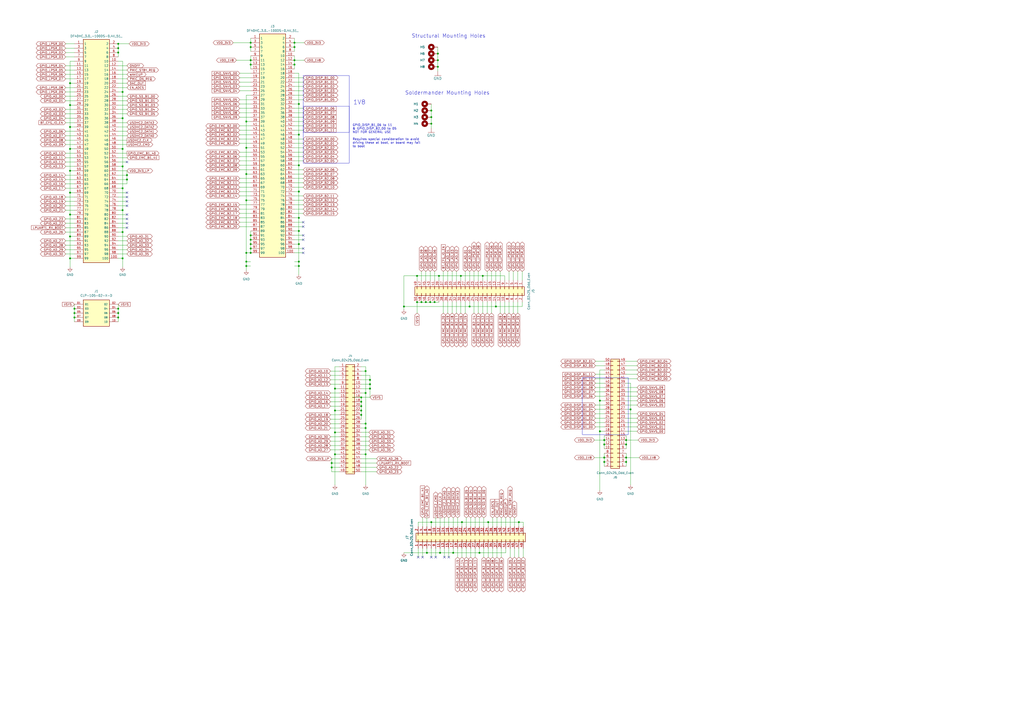
<source format=kicad_sch>
(kicad_sch (version 20230121) (generator eeschema)
  (paper "A2")
  (junction (at 145.415 139.065))
  (junction (at 214.63 225.425))
  (junction (at 145.415 146.685))
  (junction (at 71.12 68.58))
  (junction (at 170.815 24.765))
  (junction (at 40.64 99.06))
  (junction (at 142.875 85.725))
  (junction (at 71.12 149.86))
  (junction (at 212.09 215.265))
  (junction (at 252.095 175.26))
  (junction (at 280.035 160.02))
  (junction (at 145.415 144.145))
  (junction (at 250.19 67.945))
  (junction (at 209.55 240.665))
  (junction (at 254 31.115))
  (junction (at 194.31 250.825))
  (junction (at 71.12 121.92))
  (junction (at 71.12 86.36))
  (junction (at 244.475 175.26))
  (junction (at 173.355 60.325))
  (junction (at 68.58 25.4))
  (junction (at 71.12 109.22))
  (junction (at 40.64 73.66))
  (junction (at 267.335 160.02))
  (junction (at 234.315 177.8))
  (junction (at 194.31 238.125))
  (junction (at 170.815 27.305))
  (junction (at 71.12 96.52))
  (junction (at 145.415 34.925))
  (junction (at 71.12 134.62))
  (junction (at 142.875 70.485))
  (junction (at 241.935 160.02))
  (junction (at 68.58 30.48))
  (junction (at 214.63 222.885))
  (junction (at 250.19 302.895))
  (junction (at 363.22 267.97))
  (junction (at 73.66 104.14))
  (junction (at 363.22 255.27))
  (junction (at 142.875 116.205))
  (junction (at 254.635 160.02))
  (junction (at 68.58 179.07))
  (junction (at 350.52 265.43))
  (junction (at 267.97 302.895))
  (junction (at 43.18 179.07))
  (junction (at 142.875 154.305))
  (junction (at 170.815 37.465))
  (junction (at 40.64 48.26))
  (junction (at 347.98 250.19))
  (junction (at 241.935 175.26))
  (junction (at 287.655 177.8))
  (junction (at 71.12 53.34))
  (junction (at 365.76 237.49))
  (junction (at 212.09 263.525))
  (junction (at 350.52 257.81))
  (junction (at 40.64 60.96))
  (junction (at 43.18 181.61))
  (junction (at 347.98 232.41))
  (junction (at 192.405 268.605))
  (junction (at 363.22 265.43))
  (junction (at 68.58 184.15))
  (junction (at 40.64 111.76))
  (junction (at 145.415 24.765))
  (junction (at 350.52 255.27))
  (junction (at 254 34.925))
  (junction (at 250.19 71.755))
  (junction (at 170.815 34.925))
  (junction (at 142.875 151.765))
  (junction (at 283.21 302.895))
  (junction (at 173.355 78.105))
  (junction (at 209.55 230.505))
  (junction (at 250.19 64.135))
  (junction (at 40.64 124.46))
  (junction (at 173.355 141.605))
  (junction (at 173.355 133.985))
  (junction (at 254 38.735))
  (junction (at 68.58 181.61))
  (junction (at 173.355 111.125))
  (junction (at 68.58 27.94))
  (junction (at 212.09 227.965))
  (junction (at 40.64 149.86))
  (junction (at 247.65 320.675))
  (junction (at 255.27 320.675))
  (junction (at 214.63 220.345))
  (junction (at 145.415 136.525))
  (junction (at 209.55 233.045))
  (junction (at 350.52 267.97))
  (junction (at 247.015 175.26))
  (junction (at 363.22 257.81))
  (junction (at 73.66 101.6))
  (junction (at 262.89 320.675))
  (junction (at 209.55 238.125))
  (junction (at 43.18 184.15))
  (junction (at 173.355 126.365))
  (junction (at 145.415 37.465))
  (junction (at 145.415 27.305))
  (junction (at 173.355 151.765))
  (junction (at 209.55 235.585))
  (junction (at 142.875 146.685))
  (junction (at 194.31 225.425))
  (junction (at 212.09 248.285))
  (junction (at 173.355 95.885))
  (junction (at 173.355 154.305))
  (junction (at 142.875 100.965))
  (junction (at 192.405 271.145))
  (junction (at 194.31 263.525))
  (junction (at 40.64 137.16))
  (junction (at 300.99 302.895))
  (junction (at 249.555 175.26))
  (junction (at 278.13 320.675))
  (junction (at 40.64 86.36))
  (junction (at 145.415 141.605))
  (junction (at 272.415 177.8))
  (junction (at 212.09 245.745))
  (no_connect (at 175.895 146.685))
  (no_connect (at 252.73 323.215))
  (no_connect (at 73.66 124.46))
  (no_connect (at 245.11 323.215))
  (no_connect (at 257.81 323.215))
  (no_connect (at 73.66 119.38))
  (no_connect (at 175.895 128.905))
  (no_connect (at 175.895 131.445))
  (no_connect (at 242.57 323.215))
  (no_connect (at 175.895 144.145))
  (no_connect (at 73.66 127))
  (no_connect (at 73.66 129.54))
  (no_connect (at 260.35 323.215))
  (no_connect (at 73.66 116.84))
  (no_connect (at 73.66 93.98))
  (no_connect (at 175.895 139.065))
  (no_connect (at 73.66 132.08))
  (no_connect (at 73.66 111.76))
  (no_connect (at 175.895 136.525))
  (no_connect (at 250.19 323.215))
  (no_connect (at 73.66 114.3))
  (wire (pts (xy 73.66 91.44) (xy 68.58 91.44)))
  (wire (pts (xy 194.31 212.725) (xy 196.85 212.725)))
  (wire (pts (xy 142.875 116.205) (xy 142.875 146.685)))
  (wire (pts (xy 170.815 22.225) (xy 170.815 24.765)))
  (wire (pts (xy 194.31 263.525) (xy 196.85 263.525)))
  (wire (pts (xy 191.77 258.445) (xy 196.85 258.445)))
  (wire (pts (xy 38.1 104.14) (xy 43.18 104.14)))
  (wire (pts (xy 73.66 104.14) (xy 73.66 106.68)))
  (wire (pts (xy 145.415 136.525) (xy 145.415 139.065)))
  (wire (pts (xy 290.195 157.48) (xy 290.195 162.56)))
  (wire (pts (xy 43.18 35.56) (xy 40.64 35.56)))
  (wire (pts (xy 212.09 215.265) (xy 212.09 227.965)))
  (wire (pts (xy 192.405 268.605) (xy 192.405 271.145)))
  (wire (pts (xy 71.12 35.56) (xy 71.12 53.34)))
  (wire (pts (xy 241.935 175.26) (xy 244.475 175.26)))
  (wire (pts (xy 173.355 141.605) (xy 173.355 151.765)))
  (wire (pts (xy 145.415 154.305) (xy 142.875 154.305)))
  (wire (pts (xy 40.64 99.06) (xy 43.18 99.06)))
  (wire (pts (xy 142.875 146.685) (xy 142.875 151.765)))
  (wire (pts (xy 40.64 137.16) (xy 40.64 149.86)))
  (wire (pts (xy 173.355 60.325) (xy 173.355 78.105)))
  (wire (pts (xy 254 27.305) (xy 254 31.115)))
  (wire (pts (xy 214.63 225.425) (xy 209.55 225.425)))
  (wire (pts (xy 173.355 126.365) (xy 173.355 133.985)))
  (wire (pts (xy 252.095 175.26) (xy 254.635 175.26)))
  (wire (pts (xy 285.75 323.215) (xy 285.75 318.135)))
  (wire (pts (xy 363.22 262.89) (xy 363.22 265.43)))
  (wire (pts (xy 213.995 260.985) (xy 209.55 260.985)))
  (wire (pts (xy 350.52 260.35) (xy 350.52 257.81)))
  (wire (pts (xy 38.1 139.7) (xy 43.18 139.7)))
  (wire (pts (xy 73.66 81.28) (xy 68.58 81.28)))
  (wire (pts (xy 38.1 27.94) (xy 43.18 27.94)))
  (wire (pts (xy 363.22 265.43) (xy 363.22 267.97)))
  (wire (pts (xy 139.065 60.325) (xy 145.415 60.325)))
  (wire (pts (xy 68.58 27.94) (xy 68.58 30.48)))
  (wire (pts (xy 269.875 181.61) (xy 269.875 175.26)))
  (wire (pts (xy 71.12 121.92) (xy 71.12 134.62)))
  (wire (pts (xy 254 34.925) (xy 254 38.735)))
  (wire (pts (xy 257.81 300.355) (xy 257.81 305.435)))
  (wire (pts (xy 297.815 157.48) (xy 297.815 162.56)))
  (wire (pts (xy 38.1 53.34) (xy 43.18 53.34)))
  (wire (pts (xy 68.58 35.56) (xy 71.12 35.56)))
  (wire (pts (xy 73.66 78.74) (xy 68.58 78.74)))
  (wire (pts (xy 259.715 157.48) (xy 259.715 162.56)))
  (wire (pts (xy 345.44 219.71) (xy 350.52 219.71)))
  (wire (pts (xy 175.895 106.045) (xy 170.815 106.045)))
  (wire (pts (xy 292.735 181.61) (xy 292.735 175.26)))
  (wire (pts (xy 302.895 157.48) (xy 302.895 162.56)))
  (wire (pts (xy 170.815 24.765) (xy 170.815 27.305)))
  (wire (pts (xy 73.66 127) (xy 68.58 127)))
  (wire (pts (xy 139.065 90.805) (xy 145.415 90.805)))
  (wire (pts (xy 194.31 250.825) (xy 196.85 250.825)))
  (wire (pts (xy 38.1 91.44) (xy 43.18 91.44)))
  (wire (pts (xy 73.66 63.5) (xy 68.58 63.5)))
  (wire (pts (xy 175.895 108.585) (xy 170.815 108.585)))
  (wire (pts (xy 280.035 181.61) (xy 280.035 175.26)))
  (wire (pts (xy 139.065 80.645) (xy 145.415 80.645)))
  (wire (pts (xy 43.18 181.61) (xy 43.18 184.15)))
  (wire (pts (xy 175.895 113.665) (xy 170.815 113.665)))
  (wire (pts (xy 175.895 57.785) (xy 170.815 57.785)))
  (wire (pts (xy 38.1 93.98) (xy 43.18 93.98)))
  (wire (pts (xy 40.64 149.86) (xy 43.18 149.86)))
  (wire (pts (xy 287.655 177.8) (xy 272.415 177.8)))
  (wire (pts (xy 293.37 318.135) (xy 293.37 320.675)))
  (wire (pts (xy 68.58 53.34) (xy 71.12 53.34)))
  (wire (pts (xy 38.1 116.84) (xy 43.18 116.84)))
  (wire (pts (xy 191.77 222.885) (xy 196.85 222.885)))
  (wire (pts (xy 38.1 121.92) (xy 43.18 121.92)))
  (wire (pts (xy 145.415 133.985) (xy 145.415 136.525)))
  (wire (pts (xy 255.27 320.675) (xy 247.65 320.675)))
  (wire (pts (xy 170.815 95.885) (xy 173.355 95.885)))
  (wire (pts (xy 73.66 43.18) (xy 68.58 43.18)))
  (wire (pts (xy 173.355 78.105) (xy 173.355 95.885)))
  (wire (pts (xy 38.1 55.88) (xy 43.18 55.88)))
  (wire (pts (xy 145.415 144.145) (xy 145.415 146.685)))
  (wire (pts (xy 257.175 157.48) (xy 257.175 162.56)))
  (wire (pts (xy 254.635 160.02) (xy 254.635 162.56)))
  (wire (pts (xy 170.815 141.605) (xy 173.355 141.605)))
  (wire (pts (xy 265.43 323.215) (xy 265.43 318.135)))
  (wire (pts (xy 265.43 300.355) (xy 265.43 305.435)))
  (wire (pts (xy 175.895 73.025) (xy 170.815 73.025)))
  (wire (pts (xy 345.44 234.95) (xy 350.52 234.95)))
  (wire (pts (xy 345.44 229.87) (xy 350.52 229.87)))
  (wire (pts (xy 280.035 160.02) (xy 267.335 160.02)))
  (wire (pts (xy 214.63 220.345) (xy 214.63 222.885)))
  (wire (pts (xy 142.875 116.205) (xy 145.415 116.205)))
  (wire (pts (xy 38.1 30.48) (xy 43.18 30.48)))
  (wire (pts (xy 175.895 52.705) (xy 170.815 52.705)))
  (wire (pts (xy 344.805 265.43) (xy 350.52 265.43)))
  (wire (pts (xy 191.77 230.505) (xy 196.85 230.505)))
  (wire (pts (xy 170.815 111.125) (xy 173.355 111.125)))
  (wire (pts (xy 191.77 217.805) (xy 196.85 217.805)))
  (wire (pts (xy 369.57 242.57) (xy 363.22 242.57)))
  (wire (pts (xy 209.55 227.965) (xy 212.09 227.965)))
  (wire (pts (xy 295.91 323.215) (xy 295.91 318.135)))
  (wire (pts (xy 73.66 106.68) (xy 68.58 106.68)))
  (wire (pts (xy 267.97 302.895) (xy 250.19 302.895)))
  (wire (pts (xy 170.815 34.925) (xy 176.53 34.925)))
  (wire (pts (xy 347.98 232.41) (xy 347.98 214.63)))
  (wire (pts (xy 40.64 137.16) (xy 43.18 137.16)))
  (wire (pts (xy 264.795 157.48) (xy 264.795 162.56)))
  (wire (pts (xy 209.55 263.525) (xy 212.09 263.525)))
  (wire (pts (xy 249.555 157.48) (xy 249.555 162.56)))
  (wire (pts (xy 142.875 151.765) (xy 145.415 151.765)))
  (wire (pts (xy 303.53 302.895) (xy 300.99 302.895)))
  (wire (pts (xy 73.66 104.14) (xy 68.58 104.14)))
  (wire (pts (xy 38.1 127) (xy 43.18 127)))
  (wire (pts (xy 209.55 240.665) (xy 209.55 243.205)))
  (wire (pts (xy 278.13 318.135) (xy 278.13 320.675)))
  (wire (pts (xy 139.065 128.905) (xy 145.415 128.905)))
  (wire (pts (xy 170.815 139.065) (xy 175.895 139.065)))
  (wire (pts (xy 287.655 157.48) (xy 287.655 162.56)))
  (wire (pts (xy 38.1 50.8) (xy 43.18 50.8)))
  (wire (pts (xy 73.66 137.16) (xy 68.58 137.16)))
  (wire (pts (xy 38.1 83.82) (xy 43.18 83.82)))
  (wire (pts (xy 68.58 181.61) (xy 68.58 184.15)))
  (wire (pts (xy 369.57 219.71) (xy 363.22 219.71)))
  (wire (pts (xy 139.065 118.745) (xy 145.415 118.745)))
  (wire (pts (xy 43.18 60.96) (xy 40.64 60.96)))
  (wire (pts (xy 300.355 157.48) (xy 300.355 162.56)))
  (wire (pts (xy 175.895 70.485) (xy 170.815 70.485)))
  (wire (pts (xy 38.1 25.4) (xy 43.18 25.4)))
  (wire (pts (xy 254 38.735) (xy 254 41.275)))
  (wire (pts (xy 280.035 162.56) (xy 280.035 160.02)))
  (wire (pts (xy 38.1 78.74) (xy 43.18 78.74)))
  (wire (pts (xy 192.405 271.145) (xy 192.405 273.685)))
  (wire (pts (xy 68.58 50.8) (xy 73.66 50.8)))
  (wire (pts (xy 71.12 96.52) (xy 71.12 109.22)))
  (wire (pts (xy 213.995 255.905) (xy 209.55 255.905)))
  (wire (pts (xy 290.195 181.61) (xy 290.195 175.26)))
  (wire (pts (xy 175.895 45.085) (xy 170.815 45.085)))
  (wire (pts (xy 290.83 323.215) (xy 290.83 318.135)))
  (wire (pts (xy 38.1 106.68) (xy 43.18 106.68)))
  (wire (pts (xy 73.66 45.72) (xy 68.58 45.72)))
  (wire (pts (xy 40.64 73.66) (xy 43.18 73.66)))
  (wire (pts (xy 38.1 88.9) (xy 43.18 88.9)))
  (wire (pts (xy 214.63 217.805) (xy 209.55 217.805)))
  (wire (pts (xy 191.77 248.285) (xy 196.85 248.285)))
  (wire (pts (xy 40.64 111.76) (xy 43.18 111.76)))
  (wire (pts (xy 73.66 119.38) (xy 68.58 119.38)))
  (wire (pts (xy 170.815 136.525) (xy 175.895 136.525)))
  (wire (pts (xy 234.315 177.8) (xy 272.415 177.8)))
  (wire (pts (xy 139.065 52.705) (xy 145.415 52.705)))
  (wire (pts (xy 68.58 184.15) (xy 68.58 186.69)))
  (wire (pts (xy 369.57 209.55) (xy 363.22 209.55)))
  (wire (pts (xy 191.77 227.965) (xy 196.85 227.965)))
  (wire (pts (xy 259.715 181.61) (xy 259.715 175.26)))
  (wire (pts (xy 260.35 300.355) (xy 260.35 305.435)))
  (wire (pts (xy 192.405 266.065) (xy 192.405 268.605)))
  (wire (pts (xy 71.12 53.34) (xy 71.12 68.58)))
  (wire (pts (xy 40.64 111.76) (xy 40.64 124.46)))
  (wire (pts (xy 139.065 83.185) (xy 145.415 83.185)))
  (wire (pts (xy 139.065 73.025) (xy 145.415 73.025)))
  (wire (pts (xy 139.065 108.585) (xy 145.415 108.585)))
  (wire (pts (xy 139.065 50.165) (xy 145.415 50.165)))
  (wire (pts (xy 73.66 71.12) (xy 68.58 71.12)))
  (wire (pts (xy 365.76 222.25) (xy 363.22 222.25)))
  (wire (pts (xy 68.58 121.92) (xy 71.12 121.92)))
  (wire (pts (xy 303.53 323.215) (xy 303.53 318.135)))
  (wire (pts (xy 191.77 245.745) (xy 196.85 245.745)))
  (wire (pts (xy 170.815 42.545) (xy 173.355 42.545)))
  (wire (pts (xy 300.99 302.895) (xy 283.21 302.895)))
  (wire (pts (xy 68.58 149.86) (xy 71.12 149.86)))
  (wire (pts (xy 170.815 144.145) (xy 175.895 144.145)))
  (wire (pts (xy 214.63 217.805) (xy 214.63 220.345)))
  (wire (pts (xy 300.99 323.215) (xy 300.99 318.135)))
  (wire (pts (xy 142.875 151.765) (xy 142.875 154.305)))
  (wire (pts (xy 254 31.115) (xy 254 34.925)))
  (wire (pts (xy 68.58 66.04) (xy 73.66 66.04)))
  (wire (pts (xy 40.64 73.66) (xy 40.64 86.36)))
  (wire (pts (xy 73.66 129.54) (xy 68.58 129.54)))
  (wire (pts (xy 68.58 134.62) (xy 71.12 134.62)))
  (wire (pts (xy 369.57 224.79) (xy 363.22 224.79)))
  (wire (pts (xy 40.64 124.46) (xy 40.64 137.16)))
  (wire (pts (xy 247.65 318.135) (xy 247.65 320.675)))
  (wire (pts (xy 38.1 66.04) (xy 43.18 66.04)))
  (wire (pts (xy 175.895 62.865) (xy 170.815 62.865)))
  (wire (pts (xy 369.57 212.09) (xy 363.22 212.09)))
  (wire (pts (xy 282.575 157.48) (xy 282.575 162.56)))
  (wire (pts (xy 176.53 24.765) (xy 170.815 24.765)))
  (wire (pts (xy 250.19 71.755) (xy 250.19 74.295)))
  (wire (pts (xy 139.065 88.265) (xy 145.415 88.265)))
  (wire (pts (xy 350.52 252.73) (xy 350.52 255.27)))
  (wire (pts (xy 283.21 302.895) (xy 267.97 302.895)))
  (wire (pts (xy 285.115 181.61) (xy 285.115 175.26)))
  (wire (pts (xy 293.37 300.355) (xy 293.37 305.435)))
  (wire (pts (xy 145.415 24.765) (xy 145.415 27.305)))
  (wire (pts (xy 139.065 103.505) (xy 145.415 103.505)))
  (wire (pts (xy 267.335 160.02) (xy 254.635 160.02)))
  (wire (pts (xy 295.91 300.355) (xy 295.91 305.435)))
  (wire (pts (xy 175.895 93.345) (xy 170.815 93.345)))
  (wire (pts (xy 139.065 106.045) (xy 145.415 106.045)))
  (wire (pts (xy 218.44 273.685) (xy 209.55 273.685)))
  (wire (pts (xy 191.77 240.665) (xy 196.85 240.665)))
  (wire (pts (xy 298.45 300.355) (xy 298.45 305.435)))
  (wire (pts (xy 283.21 323.215) (xy 283.21 318.135)))
  (wire (pts (xy 173.355 111.125) (xy 173.355 126.365)))
  (wire (pts (xy 175.895 88.265) (xy 170.815 88.265)))
  (wire (pts (xy 175.895 47.625) (xy 170.815 47.625)))
  (wire (pts (xy 68.58 179.07) (xy 68.58 181.61)))
  (wire (pts (xy 142.875 146.685) (xy 145.415 146.685)))
  (wire (pts (xy 173.355 154.305) (xy 173.355 159.385)))
  (wire (pts (xy 73.66 88.9) (xy 68.58 88.9)))
  (wire (pts (xy 191.77 233.045) (xy 196.85 233.045)))
  (wire (pts (xy 38.1 40.64) (xy 43.18 40.64)))
  (wire (pts (xy 350.52 250.19) (xy 347.98 250.19)))
  (wire (pts (xy 139.065 42.545) (xy 145.415 42.545)))
  (wire (pts (xy 73.66 142.24) (xy 68.58 142.24)))
  (wire (pts (xy 38.1 81.28) (xy 43.18 81.28)))
  (wire (pts (xy 194.31 225.425) (xy 194.31 238.125)))
  (wire (pts (xy 262.89 320.675) (xy 255.27 320.675)))
  (wire (pts (xy 68.58 25.4) (xy 74.93 25.4)))
  (wire (pts (xy 194.31 238.125) (xy 194.31 250.825)))
  (wire (pts (xy 345.44 240.03) (xy 350.52 240.03)))
  (wire (pts (xy 209.55 230.505) (xy 214.63 230.505)))
  (wire (pts (xy 300.355 181.61) (xy 300.355 175.26)))
  (wire (pts (xy 194.31 250.825) (xy 194.31 263.525)))
  (wire (pts (xy 73.66 73.66) (xy 68.58 73.66)))
  (wire (pts (xy 209.55 250.825) (xy 213.995 250.825)))
  (wire (pts (xy 262.255 181.61) (xy 262.255 175.26)))
  (wire (pts (xy 267.97 323.215) (xy 267.97 318.135)))
  (wire (pts (xy 73.66 101.6) (xy 73.66 104.14)))
  (wire (pts (xy 43.18 48.26) (xy 40.64 48.26)))
  (wire (pts (xy 38.1 43.18) (xy 43.18 43.18)))
  (wire (pts (xy 270.51 305.435) (xy 270.51 300.355)))
  (wire (pts (xy 300.99 305.435) (xy 300.99 302.895)))
  (wire (pts (xy 363.22 255.27) (xy 363.22 257.81)))
  (wire (pts (xy 262.89 300.355) (xy 262.89 305.435)))
  (wire (pts (xy 345.44 217.17) (xy 350.52 217.17)))
  (wire (pts (xy 73.66 60.96) (xy 68.58 60.96)))
  (wire (pts (xy 292.735 160.02) (xy 280.035 160.02)))
  (wire (pts (xy 209.55 230.505) (xy 204.47 230.505)))
  (wire (pts (xy 191.77 235.585) (xy 196.85 235.585)))
  (wire (pts (xy 234.315 179.705) (xy 234.315 177.8)))
  (wire (pts (xy 73.66 132.08) (xy 68.58 132.08)))
  (wire (pts (xy 244.475 157.48) (xy 244.475 162.56)))
  (wire (pts (xy 255.27 300.355) (xy 255.27 305.435)))
  (wire (pts (xy 40.64 99.06) (xy 40.64 111.76)))
  (wire (pts (xy 365.76 237.49) (xy 365.76 281.305)))
  (wire (pts (xy 345.44 227.33) (xy 350.52 227.33)))
  (wire (pts (xy 145.415 55.245) (xy 142.875 55.245)))
  (wire (pts (xy 267.335 181.61) (xy 267.335 175.26)))
  (wire (pts (xy 275.59 300.355) (xy 275.59 305.435)))
  (wire (pts (xy 175.895 90.805) (xy 170.815 90.805)))
  (wire (pts (xy 244.475 175.26) (xy 247.015 175.26)))
  (wire (pts (xy 277.495 157.48) (xy 277.495 162.56)))
  (wire (pts (xy 280.67 323.215) (xy 280.67 318.135)))
  (wire (pts (xy 252.73 318.135) (xy 252.73 323.215)))
  (wire (pts (xy 288.29 300.355) (xy 288.29 305.435)))
  (wire (pts (xy 139.065 45.085) (xy 145.415 45.085)))
  (wire (pts (xy 245.11 318.135) (xy 245.11 323.215)))
  (wire (pts (xy 170.815 34.925) (xy 170.815 37.465)))
  (wire (pts (xy 170.815 146.685) (xy 175.895 146.685)))
  (wire (pts (xy 209.55 248.285) (xy 212.09 248.285)))
  (wire (pts (xy 139.065 113.665) (xy 145.415 113.665)))
  (wire (pts (xy 254.635 160.02) (xy 241.935 160.02)))
  (wire (pts (xy 145.415 141.605) (xy 145.415 144.145)))
  (wire (pts (xy 139.065 75.565) (xy 145.415 75.565)))
  (wire (pts (xy 209.55 245.745) (xy 212.09 245.745)))
  (wire (pts (xy 170.815 126.365) (xy 173.355 126.365)))
  (wire (pts (xy 40.64 35.56) (xy 40.64 48.26)))
  (wire (pts (xy 71.12 134.62) (xy 71.12 149.86)))
  (wire (pts (xy 264.795 181.61) (xy 264.795 175.26)))
  (wire (pts (xy 139.065 123.825) (xy 145.415 123.825)))
  (wire (pts (xy 71.12 68.58) (xy 71.12 86.36)))
  (wire (pts (xy 274.955 181.61) (xy 274.955 175.26)))
  (wire (pts (xy 345.44 237.49) (xy 350.52 237.49)))
  (wire (pts (xy 139.065 93.345) (xy 145.415 93.345)))
  (wire (pts (xy 43.18 179.07) (xy 43.18 181.61)))
  (wire (pts (xy 73.66 99.06) (xy 68.58 99.06)))
  (wire (pts (xy 363.22 252.73) (xy 363.22 255.27)))
  (wire (pts (xy 250.19 67.945) (xy 250.19 71.755)))
  (wire (pts (xy 257.175 181.61) (xy 257.175 175.26)))
  (wire (pts (xy 196.85 271.145) (xy 192.405 271.145)))
  (wire (pts (xy 196.85 268.605) (xy 192.405 268.605)))
  (wire (pts (xy 196.85 266.065) (xy 192.405 266.065)))
  (wire (pts (xy 170.815 78.105) (xy 173.355 78.105)))
  (wire (pts (xy 369.57 214.63) (xy 363.22 214.63)))
  (wire (pts (xy 170.815 60.325) (xy 173.355 60.325)))
  (wire (pts (xy 73.66 99.06) (xy 73.66 101.6)))
  (wire (pts (xy 344.805 255.27) (xy 350.52 255.27)))
  (wire (pts (xy 38.1 71.12) (xy 43.18 71.12)))
  (wire (pts (xy 278.13 300.355) (xy 278.13 305.435)))
  (wire (pts (xy 350.52 214.63) (xy 347.98 214.63)))
  (wire (pts (xy 285.75 305.435) (xy 285.75 300.355)))
  (wire (pts (xy 275.59 323.215) (xy 275.59 318.135)))
  (wire (pts (xy 212.09 245.745) (xy 212.09 248.285)))
  (wire (pts (xy 145.415 32.385) (xy 145.415 34.925)))
  (wire (pts (xy 40.64 48.26) (xy 40.64 60.96)))
  (wire (pts (xy 267.97 305.435) (xy 267.97 302.895)))
  (wire (pts (xy 273.05 300.355) (xy 273.05 305.435)))
  (wire (pts (xy 369.57 245.11) (xy 363.22 245.11)))
  (wire (pts (xy 241.935 160.02) (xy 241.935 162.56)))
  (wire (pts (xy 175.895 50.165) (xy 170.815 50.165)))
  (wire (pts (xy 40.64 60.96) (xy 40.64 73.66)))
  (wire (pts (xy 350.52 267.97) (xy 350.52 270.51)))
  (wire (pts (xy 250.19 318.135) (xy 250.19 323.215)))
  (wire (pts (xy 277.495 181.61) (xy 277.495 175.26)))
  (wire (pts (xy 73.66 111.76) (xy 68.58 111.76)))
  (wire (pts (xy 38.1 101.6) (xy 43.18 101.6)))
  (wire (pts (xy 173.355 42.545) (xy 173.355 60.325)))
  (wire (pts (xy 345.44 245.11) (xy 350.52 245.11)))
  (wire (pts (xy 350.52 257.81) (xy 350.52 255.27)))
  (wire (pts (xy 73.66 144.78) (xy 68.58 144.78)))
  (wire (pts (xy 145.415 27.305) (xy 145.415 29.845)))
  (wire (pts (xy 247.015 175.26) (xy 249.555 175.26)))
  (wire (pts (xy 73.66 58.42) (xy 68.58 58.42)))
  (wire (pts (xy 218.44 268.605) (xy 209.55 268.605)))
  (wire (pts (xy 350.52 232.41) (xy 347.98 232.41)))
  (wire (pts (xy 139.065 98.425) (xy 145.415 98.425)))
  (wire (pts (xy 145.415 100.965) (xy 142.875 100.965)))
  (wire (pts (xy 242.57 318.135) (xy 242.57 323.215)))
  (wire (pts (xy 137.16 34.925) (xy 145.415 34.925)))
  (wire (pts (xy 38.1 68.58) (xy 43.18 68.58)))
  (wire (pts (xy 142.875 100.965) (xy 142.875 116.205)))
  (wire (pts (xy 191.77 215.265) (xy 196.85 215.265)))
  (wire (pts (xy 175.895 67.945) (xy 170.815 67.945)))
  (wire (pts (xy 345.44 247.65) (xy 350.52 247.65)))
  (wire (pts (xy 68.58 30.48) (xy 68.58 33.02)))
  (wire (pts (xy 255.27 318.135) (xy 255.27 320.675)))
  (wire (pts (xy 212.09 263.525) (xy 212.09 281.305)))
  (wire (pts (xy 73.66 114.3) (xy 68.58 114.3)))
  (wire (pts (xy 139.065 131.445) (xy 145.415 131.445)))
  (wire (pts (xy 292.735 162.56) (xy 292.735 160.02)))
  (wire (pts (xy 145.415 139.065) (xy 145.415 141.605)))
  (wire (pts (xy 40.64 86.36) (xy 43.18 86.36)))
  (wire (pts (xy 139.065 57.785) (xy 145.415 57.785)))
  (wire (pts (xy 170.815 27.305) (xy 170.815 29.845)))
  (wire (pts (xy 194.31 238.125) (xy 196.85 238.125)))
  (wire (pts (xy 345.44 242.57) (xy 350.52 242.57)))
  (wire (pts (xy 303.53 305.435) (xy 303.53 302.895)))
  (wire (pts (xy 38.1 96.52) (xy 43.18 96.52)))
  (wire (pts (xy 250.19 305.435) (xy 250.19 302.895)))
  (wire (pts (xy 234.315 320.675) (xy 247.65 320.675)))
  (wire (pts (xy 194.31 225.425) (xy 196.85 225.425)))
  (wire (pts (xy 302.895 177.8) (xy 302.895 175.26)))
  (wire (pts (xy 139.065 95.885) (xy 145.415 95.885)))
  (wire (pts (xy 73.66 139.7) (xy 68.58 139.7)))
  (wire (pts (xy 213.995 258.445) (xy 209.55 258.445)))
  (wire (pts (xy 139.065 67.945) (xy 145.415 67.945)))
  (wire (pts (xy 139.065 62.865) (xy 145.415 62.865)))
  (wire (pts (xy 285.115 157.48) (xy 285.115 162.56)))
  (wire (pts (xy 175.895 98.425) (xy 170.815 98.425)))
  (wire (pts (xy 71.12 109.22) (xy 71.12 121.92)))
  (wire (pts (xy 298.45 323.215) (xy 298.45 318.135)))
  (wire (pts (xy 139.065 126.365) (xy 145.415 126.365)))
  (wire (pts (xy 262.89 318.135) (xy 262.89 320.675)))
  (wire (pts (xy 242.57 302.895) (xy 250.19 302.895)))
  (wire (pts (xy 68.58 96.52) (xy 71.12 96.52)))
  (wire (pts (xy 68.58 109.22) (xy 71.12 109.22)))
  (wire (pts (xy 73.66 93.98) (xy 68.58 93.98)))
  (wire (pts (xy 260.35 318.135) (xy 260.35 323.215)))
  (wire (pts (xy 175.895 100.965) (xy 170.815 100.965)))
  (wire (pts (xy 250.19 64.135) (xy 250.19 67.945)))
  (wire (pts (xy 175.895 103.505) (xy 170.815 103.505)))
  (wire (pts (xy 209.55 230.505) (xy 209.55 233.045)))
  (wire (pts (xy 245.11 300.355) (xy 245.11 305.435)))
  (wire (pts (xy 38.1 58.42) (xy 43.18 58.42)))
  (wire (pts (xy 290.83 300.355) (xy 290.83 305.435)))
  (wire (pts (xy 191.77 253.365) (xy 196.85 253.365)))
  (wire (pts (xy 175.895 80.645) (xy 170.815 80.645)))
  (wire (pts (xy 38.1 132.08) (xy 43.18 132.08)))
  (wire (pts (xy 370.205 255.27) (xy 363.22 255.27)))
  (wire (pts (xy 139.065 47.625) (xy 145.415 47.625)))
  (wire (pts (xy 142.875 70.485) (xy 142.875 85.725)))
  (wire (pts (xy 139.065 65.405) (xy 145.415 65.405)))
  (wire (pts (xy 73.66 38.1) (xy 68.58 38.1)))
  (wire (pts (xy 71.12 149.86) (xy 71.12 154.94)))
  (wire (pts (xy 43.18 176.53) (xy 43.18 179.07)))
  (wire (pts (xy 40.64 149.86) (xy 40.64 154.94)))
  (wire (pts (xy 38.1 33.02) (xy 43.18 33.02)))
  (wire (pts (xy 214.63 225.425) (xy 214.63 230.505)))
  (wire (pts (xy 214.63 222.885) (xy 209.55 222.885)))
  (wire (pts (xy 370.84 265.43) (xy 363.22 265.43)))
  (wire (pts (xy 209.55 215.265) (xy 212.09 215.265)))
  (wire (pts (xy 345.44 224.79) (xy 350.52 224.79)))
  (wire (pts (xy 142.875 154.305) (xy 142.875 156.845)))
  (wire (pts (xy 214.63 220.345) (xy 209.55 220.345)))
  (wire (pts (xy 267.335 162.56) (xy 267.335 160.02)))
  (wire (pts (xy 369.57 227.33) (xy 363.22 227.33)))
  (wire (pts (xy 73.66 124.46) (xy 68.58 124.46)))
  (wire (pts (xy 170.815 131.445) (xy 175.895 131.445)))
  (wire (pts (xy 38.1 129.54) (xy 43.18 129.54)))
  (wire (pts (xy 293.37 320.675) (xy 278.13 320.675)))
  (wire (pts (xy 142.875 85.725) (xy 145.415 85.725)))
  (wire (pts (xy 278.13 320.675) (xy 262.89 320.675)))
  (wire (pts (xy 369.57 247.65) (xy 363.22 247.65)))
  (wire (pts (xy 173.355 151.765) (xy 173.355 154.305)))
  (wire (pts (xy 68.58 25.4) (xy 68.58 27.94)))
  (wire (pts (xy 262.255 157.48) (xy 262.255 162.56)))
  (wire (pts (xy 257.81 318.135) (xy 257.81 323.215)))
  (wire (pts (xy 191.77 220.345) (xy 196.85 220.345)))
  (wire (pts (xy 139.065 111.125) (xy 145.415 111.125)))
  (wire (pts (xy 250.19 60.325) (xy 250.19 64.135)))
  (wire (pts (xy 43.18 184.15) (xy 43.18 186.69)))
  (wire (pts (xy 38.1 147.32) (xy 43.18 147.32)))
  (wire (pts (xy 288.29 323.215) (xy 288.29 318.135)))
  (wire (pts (xy 175.895 65.405) (xy 170.815 65.405)))
  (wire (pts (xy 73.66 116.84) (xy 68.58 116.84)))
  (wire (pts (xy 73.66 40.64) (xy 68.58 40.64)))
  (wire (pts (xy 247.65 300.355) (xy 247.65 305.435)))
  (wire (pts (xy 145.415 37.465) (xy 145.415 40.005)))
  (wire (pts (xy 68.58 83.82) (xy 73.66 83.82)))
  (wire (pts (xy 369.57 240.03) (xy 363.22 240.03)))
  (wire (pts (xy 38.1 134.62) (xy 43.18 134.62)))
  (wire (pts (xy 191.77 260.985) (xy 196.85 260.985)))
  (wire (pts (xy 38.1 76.2) (xy 43.18 76.2)))
  (wire (pts (xy 71.12 86.36) (xy 71.12 96.52)))
  (wire (pts (xy 273.05 323.215) (xy 273.05 318.135)))
  (wire (pts (xy 175.895 75.565) (xy 170.815 75.565)))
  (wire (pts (xy 270.51 323.215) (xy 270.51 318.135)))
  (wire (pts (xy 249.555 175.26) (xy 252.095 175.26)))
  (wire (pts (xy 73.66 48.26) (xy 68.58 48.26)))
  (wire (pts (xy 369.57 234.95) (xy 363.22 234.95)))
  (wire (pts (xy 214.63 222.885) (xy 214.63 225.425)))
  (wire (pts (xy 145.415 22.225) (xy 145.415 24.765)))
  (wire (pts (xy 209.55 212.725) (xy 212.09 212.725)))
  (wire (pts (xy 345.44 209.55) (xy 350.52 209.55)))
  (wire (pts (xy 170.815 37.465) (xy 170.815 40.005)))
  (wire (pts (xy 365.76 237.49) (xy 365.76 222.25)))
  (wire (pts (xy 173.355 95.885) (xy 173.355 111.125)))
  (wire (pts (xy 196.85 273.685) (xy 192.405 273.685)))
  (wire (pts (xy 170.815 133.985) (xy 173.355 133.985)))
  (wire (pts (xy 38.1 109.22) (xy 43.18 109.22)))
  (wire (pts (xy 252.73 305.435) (xy 252.73 300.355)))
  (wire (pts (xy 234.315 160.02) (xy 241.935 160.02)))
  (wire (pts (xy 38.1 63.5) (xy 43.18 63.5)))
  (wire (pts (xy 274.955 157.48) (xy 274.955 162.56)))
  (wire (pts (xy 369.57 232.41) (xy 363.22 232.41)))
  (wire (pts (xy 170.815 32.385) (xy 170.815 34.925)))
  (wire (pts (xy 173.355 133.985) (xy 173.355 141.605)))
  (wire (pts (xy 345.44 222.25) (xy 350.52 222.25)))
  (wire (pts (xy 139.065 78.105) (xy 145.415 78.105)))
  (wire (pts (xy 191.77 243.205) (xy 196.85 243.205)))
  (wire (pts (xy 175.895 118.745) (xy 170.815 118.745)))
  (wire (pts (xy 194.31 212.725) (xy 194.31 225.425)))
  (wire (pts (xy 242.57 302.895) (xy 242.57 305.435)))
  (wire (pts (xy 191.77 255.905) (xy 196.85 255.905)))
  (wire (pts (xy 142.875 70.485) (xy 145.415 70.485)))
  (wire (pts (xy 38.1 142.24) (xy 43.18 142.24)))
  (wire (pts (xy 350.52 265.43) (xy 350.52 262.89)))
  (wire (pts (xy 209.55 235.585) (xy 209.55 238.125)))
  (wire (pts (xy 280.67 300.355) (xy 280.67 305.435)))
  (wire (pts (xy 218.44 271.145) (xy 209.55 271.145)))
  (wire (pts (xy 142.875 85.725) (xy 142.875 100.965)))
  (wire (pts (xy 252.095 157.48) (xy 252.095 162.56)))
  (wire (pts (xy 302.895 177.8) (xy 287.655 177.8)))
  (wire (pts (xy 68.58 86.36) (xy 71.12 86.36)))
  (wire (pts (xy 347.98 250.19) (xy 347.98 284.48)))
  (wire (pts (xy 363.22 237.49) (xy 365.76 237.49)))
  (wire (pts (xy 269.875 157.48) (xy 269.875 162.56)))
  (wire (pts (xy 234.315 160.02) (xy 234.315 177.8)))
  (wire (pts (xy 173.355 154.305) (xy 170.815 154.305)))
  (wire (pts (xy 209.55 238.125) (xy 209.55 240.665)))
  (wire (pts (xy 170.815 128.905) (xy 175.895 128.905)))
  (wire (pts (xy 175.895 55.245) (xy 170.815 55.245)))
  (wire (pts (xy 369.57 250.19) (xy 363.22 250.19)))
  (wire (pts (xy 194.31 263.525) (xy 194.31 281.305)))
  (wire (pts (xy 173.355 151.765) (xy 170.815 151.765)))
  (wire (pts (xy 38.1 119.38) (xy 43.18 119.38)))
  (wire (pts (xy 68.58 68.58) (xy 71.12 68.58)))
  (wire (pts (xy 272.415 177.8) (xy 272.415 175.26)))
  (wire (pts (xy 247.015 157.48) (xy 247.015 162.56)))
  (wire (pts (xy 68.58 176.53) (xy 68.58 179.07)))
  (wire (pts (xy 145.415 34.925) (xy 145.415 37.465)))
  (wire (pts (xy 142.875 55.245) (xy 142.875 70.485)))
  (wire (pts (xy 38.1 45.72) (xy 43.18 45.72)))
  (wire (pts (xy 73.66 147.32) (xy 68.58 147.32)))
  (wire (pts (xy 38.1 144.78) (xy 43.18 144.78)))
  (wire (pts (xy 135.255 24.765) (xy 145.415 24.765)))
  (wire (pts (xy 209.55 233.045) (xy 209.55 235.585)))
  (wire (pts (xy 212.09 227.965) (xy 212.09 245.745)))
  (wire (pts (xy 38.1 38.1) (xy 43.18 38.1)))
  (wire (pts (xy 295.275 181.61) (xy 295.275 175.26)))
  (wire (pts (xy 218.44 266.065) (xy 209.55 266.065)))
  (wire (pts (xy 369.57 217.17) (xy 363.22 217.17)))
  (wire (pts (xy 73.66 76.2) (xy 68.58 76.2)))
  (wire (pts (xy 139.065 121.285) (xy 145.415 121.285)))
  (wire (pts (xy 175.895 123.825) (xy 170.815 123.825)))
  (wire (pts (xy 212.09 212.725) (xy 212.09 215.265)))
  (wire (pts (xy 287.655 175.26) (xy 287.655 177.8)))
  (wire (pts (xy 38.1 114.3) (xy 43.18 114.3)))
  (wire (pts (xy 175.895 83.185) (xy 170.815 83.185)))
  (wire (pts (xy 283.21 305.435) (xy 283.21 302.895)))
  (wire (pts (xy 209.55 253.365) (xy 213.995 253.365)))
  (wire (pts (xy 40.64 124.46) (xy 43.18 124.46)))
  (wire (pts (xy 297.815 181.61) (xy 297.815 175.26)))
  (wire (pts (xy 73.66 55.88) (xy 68.58 55.88)))
  (wire (pts (xy 175.895 121.285) (xy 170.815 121.285)))
  (wire (pts (xy 73.66 101.6) (xy 68.58 101.6)))
  (wire (pts (xy 369.57 229.87) (xy 363.22 229.87)))
  (wire (pts (xy 350.52 267.97) (xy 350.52 265.43)))
  (wire (pts (xy 282.575 181.61) (xy 282.575 175.26)))
  (wire (pts (xy 295.275 157.48) (xy 295.275 162.56)))
  (wire (pts (xy 363.22 267.97) (xy 363.22 270.51)))
  (wire (pts (xy 40.64 86.36) (xy 40.64 99.06)))
  (wire (pts (xy 345.44 212.09) (xy 350.52 212.09)))
  (wire (pts (xy 347.98 250.19) (xy 347.98 232.41)))
  (wire (pts (xy 363.22 257.81) (xy 363.22 260.35)))
  (wire (pts (xy 241.935 175.26) (xy 241.935 181.61)))
  (wire (pts (xy 272.415 157.48) (xy 272.415 162.56)))
  (wire (pts (xy 175.895 85.725) (xy 170.815 85.725)))
  (wire (pts (xy 175.895 116.205) (xy 170.815 116.205)))
  (wire (pts (xy 212.09 248.285) (xy 212.09 263.525)))
  (rectangle (start 175.895 43.815) (end 202.565 76.835))
  (rectangle (start 175.895 61.595) (end 202.565 94.615))
  (rectangle (start 364.49 252.095) (end 337.82 219.075))
  (text "1V8" (at 212.09 60.96 0) (effects (font (size 2.54 2.54)) (justify right bottom)))
  (text "Soldermander Mounting Holes" (at 234.95 55.245 0) (effects (font (size 2.159 2.159)) (justify left bottom)))
  (text "Structural Mounting Holes" (at 238.76 22.225 0) (effects (font (size 2.159 2.159)) (justify left bottom)))
  (text "GPIO_DISP_B1_06 to 11 \n& GPIO_DISP_B2_00 to 05\nNOT FOR GENERAL USE\n\nRequires special consideration to avoid \ndriving these at boot, or board may fail \nto boot" (at 204.47 85.725 0) (effects (font (size 1.27 1.27)) (justify left bottom)))
  (global_label "ONOFF" (shape bidirectional) (at 73.66 38.1 0) (property "Intersheetrefs" "${INTERSHEET_REFS}" (effects hide)))
  (global_label "GPIO_AD_08" (shape bidirectional) (at 247.015 157.48 90) (property "Intersheetrefs" "${INTERSHEET_REFS}" (effects hide)))
  (global_label "GPIO_SNVS_01" (shape input) (at 369.57 247.65 0) (property "Intersheetrefs" "${INTERSHEET_REFS}" (effects hide)))
  (global_label "GPIO_EMC_B2_19" (shape bidirectional) (at 139.065 128.905 180) (property "Intersheetrefs" "${INTERSHEET_REFS}" (effects hide)))
  (global_label "GPIO_DISP_B2_15" (shape bidirectional) (at 265.43 323.215 270) (property "Intersheetrefs" "${INTERSHEET_REFS}" (effects hide)))
  (global_label "GPIO_AD_15" (shape bidirectional) (at 38.1 104.14 180) (property "Intersheetrefs" "${INTERSHEET_REFS}" (effects hide)))
  (global_label "VDD_1V8" (shape bidirectional) (at 344.805 265.43 180) (property "Intersheetrefs" "${INTERSHEET_REFS}" (effects hide)))
  (global_label "GPIO_SNVS_03" (shape input) (at 369.57 242.57 0) (property "Intersheetrefs" "${INTERSHEET_REFS}" (effects hide)))
  (global_label "GPIO_SD_B1_04" (shape bidirectional) (at 273.05 300.355 90) (property "Intersheetrefs" "${INTERSHEET_REFS}" (effects hide)))
  (global_label "GPIO_DISP_B1_11" (shape input) (at 175.895 75.565 0) (property "Intersheetrefs" "${INTERSHEET_REFS}" (effects hide)))
  (global_label "GPIO_EMC_B1_40" (shape output) (at 73.66 88.9 0) (property "Intersheetrefs" "${INTERSHEET_REFS}" (effects hide)))
  (global_label "GPIO_EMC_B2_17" (shape bidirectional) (at 264.795 181.61 270) (property "Intersheetrefs" "${INTERSHEET_REFS}" (effects hide)))
  (global_label "GPIO_AD_22" (shape bidirectional) (at 218.44 271.145 0) (property "Intersheetrefs" "${INTERSHEET_REFS}" (effects hide)))
  (global_label "GPIO_AD_31" (shape bidirectional) (at 213.995 250.825 0) (property "Intersheetrefs" "${INTERSHEET_REFS}" (effects hide)))
  (global_label "GPIO_SNVS_00" (shape input) (at 139.065 42.545 180) (property "Intersheetrefs" "${INTERSHEET_REFS}" (effects hide)))
  (global_label "GPIO_EMC_B2_00" (shape bidirectional) (at 369.57 219.71 0) (property "Intersheetrefs" "${INTERSHEET_REFS}" (effects hide)))
  (global_label "VSYS" (shape input) (at 241.935 181.61 270) (property "Intersheetrefs" "${INTERSHEET_REFS}" (effects hide)))
  (global_label "GPIO_LPSR_06" (shape bidirectional) (at 285.115 157.48 90) (property "Intersheetrefs" "${INTERSHEET_REFS}" (effects hide)))
  (global_label "GPIO_EMC_B2_19" (shape bidirectional) (at 259.715 181.61 270) (property "Intersheetrefs" "${INTERSHEET_REFS}" (effects hide)))
  (global_label "GPIO_DISP_B2_01" (shape bidirectional) (at 175.895 83.185 0) (property "Intersheetrefs" "${INTERSHEET_REFS}" (effects hide)))
  (global_label "GPIO_EMC_B1_40" (shape output) (at 247.65 300.355 90) (property "Intersheetrefs" "${INTERSHEET_REFS}" (effects hide)))
  (global_label "GPIO_AD_28" (shape bidirectional) (at 38.1 142.24 180) (property "Intersheetrefs" "${INTERSHEET_REFS}" (effects hide)))
  (global_label "GPIO_LPSR_05" (shape bidirectional) (at 38.1 40.64 180) (property "Intersheetrefs" "${INTERSHEET_REFS}" (effects hide)))
  (global_label "GPIO_SNVS_08" (shape input) (at 139.065 65.405 180) (property "Intersheetrefs" "${INTERSHEET_REFS}" (effects hide)))
  (global_label "GPIO_EMC_B2_18" (shape bidirectional) (at 139.065 126.365 180) (property "Intersheetrefs" "${INTERSHEET_REFS}" (effects hide)))
  (global_label "GPIO_EMC_B1_41" (shape input) (at 245.11 300.355 90) (property "Intersheetrefs" "${INTERSHEET_REFS}" (effects hide)))
  (global_label "GPIO_AD_34" (shape bidirectional) (at 213.995 258.445 0) (property "Intersheetrefs" "${INTERSHEET_REFS}" (effects hide)))
  (global_label "GPIO_AD_04" (shape bidirectional) (at 259.715 157.48 90) (property "Intersheetrefs" "${INTERSHEET_REFS}" (effects hide)))
  (global_label "GPIO_DISP_B1_04" (shape bidirectional) (at 345.44 237.49 180) (property "Intersheetrefs" "${INTERSHEET_REFS}" (effects hide)))
  (global_label "USDHC2_DATA2" (shape bidirectional) (at 73.66 73.66 0) (property "Intersheetrefs" "${INTERSHEET_REFS}" (effects hide)))
  (global_label "GPIO_LPSR_09" (shape bidirectional) (at 38.1 53.34 180) (property "Intersheetrefs" "${INTERSHEET_REFS}" (effects hide)))
  (global_label "GPIO_SD_B1_04" (shape bidirectional) (at 73.66 63.5 0) (property "Intersheetrefs" "${INTERSHEET_REFS}" (effects hide)))
  (global_label "GPIO_SNVS_01" (shape input) (at 139.065 45.085 180) (property "Intersheetrefs" "${INTERSHEET_REFS}" (effects hide)))
  (global_label "GPIO_AD_03" (shape bidirectional) (at 38.1 66.04 180) (property "Intersheetrefs" "${INTERSHEET_REFS}" (effects hide)))
  (global_label "GPIO_AD_34" (shape bidirectional) (at 73.66 144.78 0) (property "Intersheetrefs" "${INTERSHEET_REFS}" (effects hide)))
  (global_label "GPIO_DISP_B2_01" (shape bidirectional) (at 345.44 209.55 180) (property "Intersheetrefs" "${INTERSHEET_REFS}" (effects hide)))
  (global_label "GPIO_EMC_B2_02" (shape bidirectional) (at 369.57 214.63 0) (property "Intersheetrefs" "${INTERSHEET_REFS}" (effects hide)))
  (global_label "WAKEUP" (shape bidirectional) (at 293.37 300.355 90) (property "Intersheetrefs" "${INTERSHEET_REFS}" (effects hide)))
  (global_label "GPIO_EMC_B2_07" (shape bidirectional) (at 139.065 93.345 180) (property "Intersheetrefs" "${INTERSHEET_REFS}" (effects hide)))
  (global_label "USDHC2_CLK" (shape output) (at 73.66 81.28 0) (property "Intersheetrefs" "${INTERSHEET_REFS}" (effects hide)))
  (global_label "GPIO_DISP_B2_09" (shape bidirectional) (at 175.895 106.045 0) (property "Intersheetrefs" "${INTERSHEET_REFS}" (effects hide)))
  (global_label "GPIO_LPSR_08" (shape bidirectional) (at 38.1 50.8 180) (property "Intersheetrefs" "${INTERSHEET_REFS}" (effects hide)))
  (global_label "GPIO_DISP_B1_00" (shape bidirectional) (at 345.44 247.65 180) (property "Intersheetrefs" "${INTERSHEET_REFS}" (effects hide)))
  (global_label "LPUART1_RX_BOOT" (shape input) (at 218.44 268.605 0) (property "Intersheetrefs" "${INTERSHEET_REFS}" (effects hide)))
  (global_label "GPIO_AD_18" (shape bidirectional) (at 191.77 240.665 180) (property "Intersheetrefs" "${INTERSHEET_REFS}" (effects hide)))
  (global_label "GPIO_EMC_B2_15" (shape bidirectional) (at 139.065 118.745 180) (property "Intersheetrefs" "${INTERSHEET_REFS}" (effects hide)))
  (global_label "GPIO_DISP_B2_12" (shape bidirectional) (at 273.05 323.215 270) (property "Intersheetrefs" "${INTERSHEET_REFS}" (effects hide)))
  (global_label "GPIO_LPSR_08" (shape bidirectional) (at 277.495 157.48 90) (property "Intersheetrefs" "${INTERSHEET_REFS}" (effects hide)))
  (global_label "GPIO_AD_04" (shape bidirectional) (at 38.1 68.58 180) (property "Intersheetrefs" "${INTERSHEET_REFS}" (effects hide)))
  (global_label "GPIO_AD_27" (shape bidirectional) (at 38.1 139.7 180) (property "Intersheetrefs" "${INTERSHEET_REFS}" (effects hide)))
  (global_label "GPIO_DISP_B1_09" (shape input) (at 175.895 70.485 0) (property "Intersheetrefs" "${INTERSHEET_REFS}" (effects hide)))
  (global_label "GPIO_LPSR_06" (shape bidirectional) (at 38.1 43.18 180) (property "Intersheetrefs" "${INTERSHEET_REFS}" (effects hide)))
  (global_label "GPIO_DISP_B1_05" (shape bidirectional) (at 345.44 234.95 180) (property "Intersheetrefs" "${INTERSHEET_REFS}" (effects hide)))
  (global_label "GPIO_EMC_B2_02" (shape bidirectional) (at 139.065 78.105 180) (property "Intersheetrefs" "${INTERSHEET_REFS}" (effects hide)))
  (global_label "GPIO_DISP_B2_04" (shape bidirectional) (at 298.45 323.215 270) (property "Intersheetrefs" "${INTERSHEET_REFS}" (effects hide)))
  (global_label "USDHC2_DATA1" (shape bidirectional) (at 73.66 76.2 0) (property "Intersheetrefs" "${INTERSHEET_REFS}" (effects hide)))
  (global_label "PMIC_STBY_REQ" (shape bidirectional) (at 73.66 40.64 0) (property "Intersheetrefs" "${INTERSHEET_REFS}" (effects hide)))
  (global_label "GPIO_LPSR_07" (shape bidirectional) (at 282.575 157.48 90) (property "Intersheetrefs" "${INTERSHEET_REFS}" (effects hide)))
  (global_label "GPIO_SD_B1_05" (shape bidirectional) (at 270.51 300.355 90) (property "Intersheetrefs" "${INTERSHEET_REFS}" (effects hide)))
  (global_label "GPIO_EMC_B2_18" (shape bidirectional) (at 262.255 181.61 270) (property "Intersheetrefs" "${INTERSHEET_REFS}" (effects hide)))
  (global_label "GPIO_SD_B1_00" (shape bidirectional) (at 280.67 300.355 90) (property "Intersheetrefs" "${INTERSHEET_REFS}" (effects hide)))
  (global_label "GPIO_DISP_B1_07" (shape input) (at 175.895 65.405 0) (property "Intersheetrefs" "${INTERSHEET_REFS}" (effects hide)))
  (global_label "GPIO_SNVS_05" (shape input) (at 369.57 234.95 0) (property "Intersheetrefs" "${INTERSHEET_REFS}" (effects hide)))
  (global_label "GPIO_AD_32" (shape bidirectional) (at 213.995 253.365 0) (property "Intersheetrefs" "${INTERSHEET_REFS}" (effects hide)))
  (global_label "BT_CFG_IO_EN" (shape input) (at 38.1 71.12 180) (property "Intersheetrefs" "${INTERSHEET_REFS}" (effects hide)))
  (global_label "GPIO_EMC_B2_06" (shape bidirectional) (at 139.065 90.805 180) (property "Intersheetrefs" "${INTERSHEET_REFS}" (effects hide)))
  (global_label "GPIO_DISP_B2_06" (shape bidirectional) (at 175.895 98.425 0) (property "Intersheetrefs" "${INTERSHEET_REFS}" (effects hide)))
  (global_label "GPIO_AD_20" (shape bidirectional) (at 191.77 245.745 180) (property "Intersheetrefs" "${INTERSHEET_REFS}" (effects hide)))
  (global_label "GPIO_SNVS_04" (shape input) (at 139.065 52.705 180) (property "Intersheetrefs" "${INTERSHEET_REFS}" (effects hide)))
  (global_label "DAC_OUT" (shape input) (at 288.29 300.355 90) (property "Intersheetrefs" "${INTERSHEET_REFS}" (effects hide)))
  (global_label "GPIO_SNVS_05" (shape input) (at 139.065 57.785 180) (property "Intersheetrefs" "${INTERSHEET_REFS}" (effects hide)))
  (global_label "GPIO_DISP_B1_01" (shape bidirectional) (at 175.895 47.625 0) (property "Intersheetrefs" "${INTERSHEET_REFS}" (effects hide)))
  (global_label "GPIO_SNVS_09" (shape input) (at 139.065 67.945 180) (property "Intersheetrefs" "${INTERSHEET_REFS}" (effects hide)))
  (global_label "GPIO_SD_B1_00" (shape bidirectional) (at 73.66 55.88 0) (property "Intersheetrefs" "${INTERSHEET_REFS}" (effects hide)))
  (global_label "GPIO_AD_09" (shape bidirectional) (at 244.475 157.48 90) (property "Intersheetrefs" "${INTERSHEET_REFS}" (effects hide)))
  (global_label "VDD_1V8" (shape bidirectional) (at 137.16 34.925 180) (property "Intersheetrefs" "${INTERSHEET_REFS}" (effects hide)))
  (global_label "GPIO_DISP_B2_08" (shape bidirectional) (at 175.895 103.505 0) (property "Intersheetrefs" "${INTERSHEET_REFS}" (effects hide)))
  (global_label "GPIO_EMC_B2_13" (shape bidirectional) (at 277.495 181.61 270) (property "Intersheetrefs" "${INTERSHEET_REFS}" (effects hide)))
  (global_label "VDD_1V8" (shape bidirectional) (at 370.84 265.43 0) (property "Intersheetrefs" "${INTERSHEET_REFS}" (effects hide)))
  (global_label "GPIO_SNVS_04" (shape input) (at 369.57 240.03 0) (property "Intersheetrefs" "${INTERSHEET_REFS}" (effects hide)))
  (global_label "GPIO_DISP_B2_03" (shape bidirectional) (at 175.895 88.265 0) (property "Intersheetrefs" "${INTERSHEET_REFS}" (effects hide)))
  (global_label "GPIO_EMC_B2_20" (shape bidirectional) (at 257.175 181.61 270) (property "Intersheetrefs" "${INTERSHEET_REFS}" (effects hide)))
  (global_label "GPIO_DISP_B2_06" (shape bidirectional) (at 290.83 323.215 270) (property "Intersheetrefs" "${INTERSHEET_REFS}" (effects hide)))
  (global_label "GPIO_EMC_B2_04" (shape bidirectional) (at 139.065 83.185 180) (property "Intersheetrefs" "${INTERSHEET_REFS}" (effects hide)))
  (global_label "GPIO_EMC_B2_10" (shape bidirectional) (at 139.065 103.505 180) (property "Intersheetrefs" "${INTERSHEET_REFS}" (effects hide)))
  (global_label "GPIO_AD_13" (shape bidirectional) (at 191.77 222.885 180) (property "Intersheetrefs" "${INTERSHEET_REFS}" (effects hide)))
  (global_label "GPIO_AD_10" (shape bidirectional) (at 38.1 88.9 180) (property "Intersheetrefs" "${INTERSHEET_REFS}" (effects hide)))
  (global_label "VDD_3V3" (shape bidirectional) (at 370.205 255.27 0) (property "Intersheetrefs" "${INTERSHEET_REFS}" (effects hide)))
  (global_label "GPIO_AD_16" (shape bidirectional) (at 38.1 106.68 180) (property "Intersheetrefs" "${INTERSHEET_REFS}" (effects hide)))
  (global_label "USDHC2_DATA2" (shape bidirectional) (at 262.89 300.355 90) (property "Intersheetrefs" "${INTERSHEET_REFS}" (effects hide)))
  (global_label "GPIO_AD_02" (shape bidirectional) (at 264.795 157.48 90) (property "Intersheetrefs" "${INTERSHEET_REFS}" (effects hide)))
  (global_label "GPIO_EMC_B2_15" (shape bidirectional) (at 269.875 181.61 270) (property "Intersheetrefs" "${INTERSHEET_REFS}" (effects hide)))
  (global_label "GPIO_AD_35" (shape bidirectional) (at 213.995 260.985 0) (property "Intersheetrefs" "${INTERSHEET_REFS}" (effects hide)))
  (global_label "GPIO_AD_13" (shape bidirectional) (at 38.1 96.52 180) (property "Intersheetrefs" "${INTERSHEET_REFS}" (effects hide)))
  (global_label "USDHC2_DATA3" (shape bidirectional) (at 73.66 71.12 0) (property "Intersheetrefs" "${INTERSHEET_REFS}" (effects hide)))
  (global_label "GPIO_EMC_B2_00" (shape bidirectional) (at 139.065 73.025 180) (property "Intersheetrefs" "${INTERSHEET_REFS}" (effects hide)))
  (global_label "GPIO_AD_07" (shape bidirectional) (at 38.1 78.74 180) (property "Intersheetrefs" "${INTERSHEET_REFS}" (effects hide)))
  (global_label "GPIO_AD_17" (shape bidirectional) (at 38.1 109.22 180) (property "Intersheetrefs" "${INTERSHEET_REFS}" (effects hide)))
  (global_label "GPIO_DISP_B1_04" (shape bidirectional) (at 175.895 55.245 0) (property "Intersheetrefs" "${INTERSHEET_REFS}" (effects hide)))
  (global_label "GPIO_AD_03" (shape bidirectional) (at 262.255 157.48 90) (property "Intersheetrefs" "${INTERSHEET_REFS}" (effects hide)))
  (global_label "PMIC_STBY_REQ" (shape bidirectional) (at 295.91 300.355 90) (property "Intersheetrefs" "${INTERSHEET_REFS}" (effects hide)))
  (global_label "USDHC2_DATA1" (shape bidirectional) (at 260.35 300.355 90) (property "Intersheetrefs" "${INTERSHEET_REFS}" (effects hide)))
  (global_label "GPIO_DISP_B1_08" (shape input) (at 345.44 224.79 180) (property "Intersheetrefs" "${INTERSHEET_REFS}" (effects hide)))
  (global_label "GPIO_EMC_B2_05" (shape bidirectional) (at 139.065 88.265 180) (property "Intersheetrefs" "${INTERSHEET_REFS}" (effects hide)))
  (global_label "GPIO_LPSR_03" (shape bidirectional) (at 38.1 33.02 180) (property "Intersheetrefs" "${INTERSHEET_REFS}" (effects hide)))
  (global_label "GPIO_EMC_B2_06" (shape bidirectional) (at 297.815 181.61 270) (property "Intersheetrefs" "${INTERSHEET_REFS}" (effects hide)))
  (global_label "GPIO_AD_35" (shape bidirectional) (at 73.66 147.32 0) (property "Intersheetrefs" "${INTERSHEET_REFS}" (effects hide)))
  (global_label "GPIO_EMC_B2_16" (shape bidirectional) (at 267.335 181.61 270) (property "Intersheetrefs" "${INTERSHEET_REFS}" (effects hide)))
  (global_label "GPIO_SNVS_02" (shape input) (at 369.57 245.11 0) (property "Intersheetrefs" "${INTERSHEET_REFS}" (effects hide)))
  (global_label "USDHC2_CMD" (shape output) (at 252.73 300.355 90) (property "Intersheetrefs" "${INTERSHEET_REFS}" (effects hide)))
  (global_label "GPIO_EMC_B2_20" (shape bidirectional) (at 139.065 131.445 180) (property "Intersheetrefs" "${INTERSHEET_REFS}" (effects hide)))
  (global_label "GPIO_LPSR_01" (shape bidirectional) (at 38.1 27.94 180) (property "Intersheetrefs" "${INTERSHEET_REFS}" (effects hide)))
  (global_label "EN_ADCS" (shape input) (at 285.75 300.355 90) (property "Intersheetrefs" "${INTERSHEET_REFS}" (effects hide)))
  (global_label "VDD_3V3_LP" (shape bidirectional) (at 192.405 266.065 180) (property "Intersheetrefs" "${INTERSHEET_REFS}" (effects hide)))
  (global_label "GPIO_DISP_B2_02" (shape bidirectional) (at 175.895 85.725 0) (property "Intersheetrefs" "${INTERSHEET_REFS}" (effects hide)))
  (global_label "GPIO_AD_14" (shape bidirectional) (at 38.1 101.6 180) (property "Intersheetrefs" "${INTERSHEET_REFS}" (effects hide)))
  (global_label "GPIO_AD_14" (shape bidirectional) (at 191.77 227.965 180) (property "Intersheetrefs" "${INTERSHEET_REFS}" (effects hide)))
  (global_label "GPIO_EMC_B2_11" (shape bidirectional) (at 282.575 181.61 270) (property "Intersheetrefs" "${INTERSHEET_REFS}" (effects hide)))
  (global_label "GPIO_AD_21" (shape bidirectional) (at 191.77 248.285 180) (property "Intersheetrefs" "${INTERSHEET_REFS}" (effects hide)))
  (global_label "PMIC_ON_REQ" (shape bidirectional) (at 290.83 300.355 90) (property "Intersheetrefs" "${INTERSHEET_REFS}" (effects hide)))
  (global_label "GPIO_DISP_B2_07" (shape bidirectional) (at 175.895 100.965 0) (property "Intersheetrefs" "${INTERSHEET_REFS}" (effects hide)))
  (global_label "GPIO_LPSR_05" (shape bidirectional) (at 287.655 157.48 90) (property "Intersheetrefs" "${INTERSHEET_REFS}" (effects hide)))
  (global_label "GPIO_EMC_B2_04" (shape bidirectional) (at 369.57 209.55 0) (property "Intersheetrefs" "${INTERSHEET_REFS}" (effects hide)))
  (global_label "GPIO_AD_26" (shape bidirectional) (at 218.44 266.065 0) (property "Intersheetrefs" "${INTERSHEET_REFS}" (effects hide)))
  (global_label "GPIO_DISP_B2_10" (shape bidirectional) (at 280.67 323.215 270) (property "Intersheetrefs" "${INTERSHEET_REFS}" (effects hide)))
  (global_label "GPIO_DISP_B1_09" (shape input) (at 345.44 222.25 180) (property "Intersheetrefs" "${INTERSHEET_REFS}" (effects hide)))
  (global_label "GPIO_AD_29" (shape bidirectional) (at 191.77 255.905 180) (property "Intersheetrefs" "${INTERSHEET_REFS}" (effects hide)))
  (global_label "GPIO_DISP_B2_14" (shape bidirectional) (at 267.97 323.215 270) (property "Intersheetrefs" "${INTERSHEET_REFS}" (effects hide)))
  (global_label "GPIO_EMC_B2_08" (shape bidirectional) (at 292.735 181.61 270) (property "Intersheetrefs" "${INTERSHEET_REFS}" (effects hide)))
  (global_label "GPIO_EMC_B2_11" (shape bidirectional) (at 139.065 106.045 180) (property "Intersheetrefs" "${INTERSHEET_REFS}" (effects hide)))
  (global_label "GPIO_DISP_B2_05" (shape bidirectional) (at 175.895 93.345 0) (property "Intersheetrefs" "${INTERSHEET_REFS}" (effects hide)))
  (global_label "GPIO_AD_20" (shape bidirectional) (at 38.1 119.38 180) (property "Intersheetrefs" "${INTERSHEET_REFS}" (effects hide)))
  (global_label "GPIO_SNVS_06" (shape input) (at 369.57 232.41 0) (property "Intersheetrefs" "${INTERSHEET_REFS}" (effects hide)))
  (global_label "GPIO_LPSR_07" (shape bidirectional) (at 38.1 45.72 180) (property "Intersheetrefs" "${INTERSHEET_REFS}" (effects hide)))
  (global_label "GPIO_DISP_B1_10" (shape input) (at 345.44 219.71 180) (property "Intersheetrefs" "${INTERSHEET_REFS}" (effects hide)))
  (global_label "GPIO_SNVS_03" (shape input) (at 139.065 50.165 180) (property "Intersheetrefs" "${INTERSHEET_REFS}" (effects hide)))
  (global_label "GPIO_AD_08" (shape bidirectional) (at 38.1 81.28 180) (property "Intersheetrefs" "${INTERSHEET_REFS}" (effects hide)))
  (global_label "PMIC_ON_REQ" (shape bidirectional) (at 73.66 45.72 0) (property "Intersheetrefs" "${INTERSHEET_REFS}" (effects hide)))
  (global_label "GPIO_LPSR_04" (shape bidirectional) (at 290.195 157.48 90) (property "Intersheetrefs" "${INTERSHEET_REFS}" (effects hide)))
  (global_label "GPIO_DISP_B1_03" (shape bidirectional) (at 345.44 240.03 180) (property "Intersheetrefs" "${INTERSHEET_REFS}" (effects hide)))
  (global_label "GPIO_SNVS_06" (shape input) (at 139.065 60.325 180) (property "Intersheetrefs" "${INTERSHEET_REFS}" (effects hide)))
  (global_label "GPIO_AD_31" (shape bidirectional) (at 73.66 137.16 0) (property "Intersheetrefs" "${INTERSHEET_REFS}" (effects hide)))
  (global_label "GPIO_SNVS_07" (shape input) (at 369.57 229.87 0) (property "Intersheetrefs" "${INTERSHEET_REFS}" (effects hide)))
  (global_label "GPIO_EMC_B2_09" (shape bidirectional) (at 139.065 98.425 180) (property "Intersheetrefs" "${INTERSHEET_REFS}" (effects hide)))
  (global_label "WAKEUP" (shape bidirectional) (at 73.66 43.18 0) (property "Intersheetrefs" "${INTERSHEET_REFS}" (effects hide)))
  (global_label "GPIO_SD_B1_05" (shape bidirectional) (at 73.66 66.04 0) (property "Intersheetrefs" "${INTERSHEET_REFS}" (effects hide)))
  (global_label "GPIO_EMC_B2_17" (shape bidirectional) (at 139.065 123.825 180) (property "Intersheetrefs" "${INTERSHEET_REFS}" (effects hide)))
  (global_label "GPIO_SNVS_07" (shape input) (at 139.065 62.865 180) (property "Intersheetrefs" "${INTERSHEET_REFS}" (effects hide)))
  (global_label "GPIO_AD_07" (shape bidirectional) (at 249.555 157.48 90) (property "Intersheetrefs" "${INTERSHEET_REFS}" (effects hide)))
  (global_label "GPIO_DISP_B2_00" (shape bidirectional) (at 175.895 80.645 0) (property "Intersheetrefs" "${INTERSHEET_REFS}" (effects hide)))
  (global_label "GPIO_SNVS_02" (shape input) (at 139.065 47.625 180) (property "Intersheetrefs" "${INTERSHEET_REFS}" (effects hide)))
  (global_label "GPIO_EMC_B2_14" (shape bidirectional) (at 139.065 113.665 180) (property "Intersheetrefs" "${INTERSHEET_REFS}" (effects hide)))
  (global_label "VDD_3V3_LP" (shape bidirectional) (at 73.66 99.06 0) (property "Intersheetrefs" "${INTERSHEET_REFS}" (effects hide)))
  (global_label "GPIO_AD_00" (shape bidirectional) (at 272.415 157.48 90) (property "Intersheetrefs" "${INTERSHEET_REFS}" (effects hide)))
  (global_label "USDHC2_DATA0" (shape bidirectional) (at 257.81 300.355 90) (property "Intersheetrefs" "${INTERSHEET_REFS}" (effects hide)))
  (global_label "GPIO_DISP_B2_14" (shape bidirectional) (at 175.895 121.285 0) (property "Intersheetrefs" "${INTERSHEET_REFS}" (effects hide)))
  (global_label "GPIO_EMC_B2_12" (shape bidirectional) (at 280.035 181.61 270) (property "Intersheetrefs" "${INTERSHEET_REFS}" (effects hide)))
  (global_label "GPIO_DISP_B2_12" (shape bidirectional) (at 175.895 116.205 0) (property "Intersheetrefs" "${INTERSHEET_REFS}" (effects hide)))
  (global_label "GPIO_AD_28" (shape bidirectional) (at 191.77 258.445 180) (property "Intersheetrefs" "${INTERSHEET_REFS}" (effects hide)))
  (global_label "USDHC2_CMD" (shape output) (at 73.66 83.82 0) (property "Intersheetrefs" "${INTERSHEET_REFS}" (effects hide)))
  (global_label "GPIO_AD_23" (shape bidirectional) (at 218.44 273.685 0) (property "Intersheetrefs" "${INTERSHEET_REFS}" (effects hide)))
  (global_label "GPIO_DISP_B2_08" (shape bidirectional) (at 285.75 323.215 270) (property "Intersheetrefs" "${INTERSHEET_REFS}" (effects hide)))
  (global_label "GPIO_SD_B1_01" (shape bidirectional) (at 278.13 300.355 90) (property "Intersheetrefs" "${INTERSHEET_REFS}" (effects hide)))
  (global_label "GPIO_LPSR_03" (shape bidirectional) (at 295.275 157.48 90) (property "Intersheetrefs" "${INTERSHEET_REFS}" (effects hide)))
  (global_label "GPIO_AD_21" (shape bidirectional) (at 38.1 121.92 180) (property "Intersheetrefs" "${INTERSHEET_REFS}" (effects hide)))
  (global_label "GPIO_AD_19" (shape bidirectional) (at 191.77 243.205 180) (property "Intersheetrefs" "${INTERSHEET_REFS}" (effects hide)))
  (global_label "GPIO_AD_01" (shape bidirectional) (at 38.1 58.42 180) (property "Intersheetrefs" "${INTERSHEET_REFS}" (effects hide)))
  (global_label "GPIO_EMC_B2_08" (shape bidirectional) (at 139.065 95.885 180) (property "Intersheetrefs" "${INTERSHEET_REFS}" (effects hide)))
  (global_label "VDD_3V3" (shape bidirectional) (at 74.93 25.4 0) (property "Intersheetrefs" "${INTERSHEET_REFS}" (effects hide)))
  (global_label "GPIO_AD_32" (shape bidirectional) (at 73.66 139.7 0) (property "Intersheetrefs" "${INTERSHEET_REFS}" (effects hide)))
  (global_label "GPIO_SNVS_08" (shape input) (at 369.57 227.33 0) (property "Intersheetrefs" "${INTERSHEET_REFS}" (effects hide)))
  (global_label "GPIO_DISP_B1_02" (shape bidirectional) (at 175.895 50.165 0) (property "Intersheetrefs" "${INTERSHEET_REFS}" (effects hide)))
  (global_label "GPIO_DISP_B1_01" (shape bidirectional) (at 345.44 245.11 180) (property "Intersheetrefs" "${INTERSHEET_REFS}" (effects hide)))
  (global_label "GPIO_AD_30" (shape bidirectional) (at 38.1 147.32 180) (property "Intersheetrefs" "${INTERSHEET_REFS}" (effects hide)))
  (global_label "GPIO_AD_30" (shape bidirectional) (at 191.77 253.365 180) (property "Intersheetrefs" "${INTERSHEET_REFS}" (effects hide)))
  (global_label "GPIO_AD_11" (shape bidirectional) (at 38.1 91.44 180) (property "Intersheetrefs" "${INTERSHEET_REFS}" (effects hide)))
  (global_label "GPIO_DISP_B1_02" (shape bidirectional) (at 345.44 242.57 180) (property "Intersheetrefs" "${INTERSHEET_REFS}" (effects hide)))
  (global_label "EN_ADCS" (shape input) (at 73.66 50.8 0) (property "Intersheetrefs" "${INTERSHEET_REFS}" (effects hide)))
  (global_label "USDHC2_DATA0" (shape bidirectional) (at 73.66 78.74 0) (property "Intersheetrefs" "${INTERSHEET_REFS}" (effects hide)))
  (global_label "GPIO_DISP_B2_13" (shape bidirectional) (at 175.895 118.745 0) (property "Intersheetrefs" "${INTERSHEET_REFS}" (effects hide)))
  (global_label "GPIO_EMC_B2_01" (shape bidirectional) (at 139.065 75.565 180) (property "Intersheetrefs" "${INTERSHEET_REFS}" (effects hide)))
  (global_label "GPIO_AD_16" (shape bidirectional) (at 191.77 233.045 180) (property "Intersheetrefs" "${INTERSHEET_REFS}" (effects hide)))
  (global_label "GPIO_EMC_B2_07" (shape bidirectional) (at 295.275 181.61 270) (property "Intersheetrefs" "${INTERSHEET_REFS}" (effects hide)))
  (global_label "GPIO_SD_B1_01" (shape bidirectional) (at 73.66 58.42 0) (property "Intersheetrefs" "${INTERSHEET_REFS}" (effects hide)))
  (global_label "VDD_3V3" (shape bidirectional) (at 135.255 24.765 180) (property "Intersheetrefs" "${INTERSHEET_REFS}" (effects hide)))
  (global_label "GPIO_DISP_B1_11" (shape input) (at 345.44 217.17 180) (property "Intersheetrefs" "${INTERSHEET_REFS}" (effects hide)))
  (global_label "GPIO_DISP_B2_10" (shape bidirectional) (at 175.895 108.585 0) (property "Intersheetrefs" "${INTERSHEET_REFS}" (effects hide)))
  (global_label "GPIO_AD_17" (shape bidirectional) (at 191.77 235.585 180) (property "Intersheetrefs" "${INTERSHEET_REFS}" (effects hide)))
  (global_label "GPIO_EMC_B2_09" (shape bidirectional) (at 290.195 181.61 270) (property "Intersheetrefs" "${INTERSHEET_REFS}" (effects hide)))
  (global_label "GPIO_AD_12" (shape bidirectional) (at 191.77 220.345 180) (property "Intersheetrefs" "${INTERSHEET_REFS}" (effects hide)))
  (global_label "GPIO_DISP_B1_05" (shape bidirectional) (at 175.895 57.785 0) (property "Intersheetrefs" "${INTERSHEET_REFS}" (effects hide)))
  (global_label "GPIO_DISP_B2_07" (shape bidirectional) (at 288.29 323.215 270) (property "Intersheetrefs" "${INTERSHEET_REFS}" (effects hide)))
  (global_label "VSYS" (shape input) (at 214.63 230.505 0) (property "Intersheetrefs" "${INTERSHEET_REFS}" (effects hide)))
  (global_label "GPIO_AD_29" (shape bidirectional) (at 38.1 144.78 180) (property "Intersheetrefs" "${INTERSHEET_REFS}" (effects hide)))
  (global_label "USDHC2_CLK" (shape output) (at 255.27 300.355 90) (property "Intersheetrefs" "${INTERSHEET_REFS}" (effects hide)))
  (global_label "GPIO_EMC_B2_10" (shape bidirectional) (at 285.115 181.61 270) (property "Intersheetrefs" "${INTERSHEET_REFS}" (effects hide)))
  (global_label "GPIO_LPSR_00" (shape bidirectional) (at 302.895 157.48 90) (property "Intersheetrefs" "${INTERSHEET_REFS}" (effects hide)))
  (global_label "GPIO_DISP_B2_05" (shape bidirectional) (at 295.91 323.215 270) (property "Intersheetrefs" "${INTERSHEET_REFS}" (effects hide)))
  (global_label "ONOFF" (shape bidirectional) (at 298.45 300.355 90) (property "Intersheetrefs" "${INTERSHEET_REFS}" (effects hide)))
  (global_label "GPIO_SD_B1_03" (shape bidirectional) (at 73.66 60.96 0) (property "Intersheetrefs" "${INTERSHEET_REFS}" (effects hide)))
  (global_label "LPUART1_RX_BOOT" (shape input) (at 38.1 132.08 180) (property "Intersheetrefs" "${INTERSHEET_REFS}" (effects hide)))
  (global_label "GPIO_LPSR_01" (shape bidirectional) (at 300.355 157.48 90) (property "Intersheetrefs" "${INTERSHEET_REFS}" (effects hide)))
  (global_label "GPIO_LPSR_04" (shape bidirectional) (at 38.1 38.1 180) (property "Intersheetrefs" "${INTERSHEET_REFS}" (effects hide)))
  (global_label "GPIO_DISP_B2_04" (shape bidirectional) (at 175.895 90.805 0) (property "Intersheetrefs" "${INTERSHEET_REFS}" (effects hide)))
  (global_label "VSYS" (shape input) (at 68.58 176.53 0) (property "Intersheetrefs" "${INTERSHEET_REFS}" (effects hide)))
  (global_label "GPIO_DISP_B1_08" (shape input) (at 175.895 67.945 0) (property "Intersheetrefs" "${INTERSHEET_REFS}" (effects hide)))
  (global_label "GPIO_AD_27" (shape bidirectional) (at 191.77 260.985 180) (property "Intersheetrefs" "${INTERSHEET_REFS}" (effects hide)))
  (global_label "GPIO_DISP_B2_15" (shape bidirectional) (at 175.895 123.825 0) (property "Intersheetrefs" "${INTERSHEET_REFS}" (effects hide)))
  (global_label "GPIO_EMC_B2_12" (shape bidirectional) (at 139.065 108.585 180) (property "Intersheetrefs" "${INTERSHEET_REFS}" (effects hide)))
  (global_label "GPIO_EMC_B1_41" (shape input) (at 73.66 91.44 0) (property "Intersheetrefs" "${INTERSHEET_REFS}" (effects hide)))
  (global_label "USDHC2_DATA3" (shape bidirectional) (at 265.43 300.355 90) (property "Intersheetrefs" "${INTERSHEET_REFS}" (effects hide)))
  (global_label "GPIO_DISP_B2_11" (shape bidirectional) (at 275.59 323.215 270) (property "Intersheetrefs" "${INTERSHEET_REFS}" (effects hide)))
  (global_label "GPIO_SD_B1_03" (shape bidirectional) (at 275.59 300.355 90) (property "Intersheetrefs" "${INTERSHEET_REFS}" (effects hide)))
  (global_label "GPIO_AD_06" (shape bidirectional) (at 38.1 76.2 180) (property "Intersheetrefs" "${INTERSHEET_REFS}" (effects hide)))
  (global_label "GPIO_AD_33" (shape bidirectional) (at 213.995 255.905 0) (property "Intersheetrefs" "${INTERSHEET_REFS}" (effects hide)))
  (global_label "GPIO_EMC_B2_13" (shape bidirectional) (at 139.065 111.125 180) (property "Intersheetrefs" "${INTERSHEET_REFS}" (effects hide)))
  (global_label "BT_CFG_IO_EN" (shape input) (at 257.175 157.48 90) (property "Intersheetrefs" "${INTERSHEET_REFS}" (effects hide)))
  (global_label "GPIO_AD_09" (shape bidirectional) (at 38.1 83.82 180) (property "Intersheetrefs" "${INTERSHEET_REFS}" (effects hide)))
  (global_label "GPIO_DISP_B2_09" (shape bidirectional) (at 283.21 323.215 270) (property "Intersheetrefs" "${INTERSHEET_REFS}" (effects hide)))
  (global_label "GPIO_AD_06" (shape bidirectional) (at 252.095 157.48 90) (property "Intersheetrefs" "${INTERSHEET_REFS}" (effects hide)))
  (global_label "GPIO_EMC_B2_14" (shape bidirectional) (at 274.955 181.61 270) (property "Intersheetrefs" "${INTERSHEET_REFS}" (effects hide)))
  (global_label "GPIO_DISP_B2_13" (shape bidirectional) (at 270.51 323.215 270) (property "Intersheetrefs" "${INTERSHEET_REFS}" (effects hide)))
  (global_label "GPIO_EMC_B2_16" (shape bidirectional) (at 139.065 121.285 180) (property "Intersheetrefs" "${INTERSHEET_REFS}" (effects hide)))
  (global_label "GPIO_EMC_B2_05" (shape bidirectional) (at 300.355 181.61 270) (property "Intersheetrefs" "${INTERSHEET_REFS}" (effects hide)))
  (global_label "GPIO_EMC_B2_03" (shape bidirectional) (at 369.57 212.09 0) (property "Intersheetrefs" "${INTERSHEET_REFS}" (effects hide)))
  (global_label "GPIO_AD_00" (shape bidirectional) (at 38.1 55.88 180) (property "Intersheetrefs" "${INTERSHEET_REFS}" (effects hide)))
  (global_label "VDD_3V3" (shape bidirectional) (at 176.53 24.765 0) (property "Intersheetrefs" "${INTERSHEET_REFS}" (effects hide)))
  (global_label "GPIO_SNVS_00" (shape input) (at 369.57 250.19 0) (property "Intersheetrefs" "${INTERSHEET_REFS}" (effects hide)))
  (global_label "GPIO_SNVS_09" (shape input) (at 369.57 224.79 0) (property "Intersheetrefs" "${INTERSHEET_REFS}" (effects hide)))
  (global_label "GPIO_AD_12" (shape bidirectional) (at 38.1 93.98 180) (property "Intersheetrefs" "${INTERSHEET_REFS}" (effects hide)))
  (global_label "GPIO_DISP_B1_10" (shape input) (at 175.895 73.025 0) (property "Intersheetrefs" "${INTERSHEET_REFS}" (effects hide)))
  (global_label "GPIO_EMC_B2_03" (shape bidirectional) (at 139.065 80.645 180) (property "Intersheetrefs" "${INTERSHEET_REFS}" (effects hide)))
  (global_label "VDD_3V3" (shape bidirectional) (at 344.805 255.27 180) (property "Intersheetrefs" "${INTERSHEET_REFS}" (effects hide)))
  (global_label "GPIO_AD_26" (shape bidirectional) (at 38.1 134.62 180) (property "Intersheetrefs" "${INTERSHEET_REFS}" (effects hide)))
  (global_label "GPIO_DISP_B1_06" (shape input) (at 345.44 229.87 180) (property "Intersheetrefs" "${INTERSHEET_REFS}" (effects hide)))
  (global_label "GPIO_DISP_B2_00" (shape bidirectional) (at 345.44 212.09 180) (property "Intersheetrefs" "${INTERSHEET_REFS}" (effects hide)))
  (global_label "GPIO_DISP_B2_03" (shape bidirectional) (at 300.99 323.215 270) (property "Intersheetrefs" "${INTERSHEET_REFS}" (effects hide)))
  (global_label "GPIO_AD_11" (shape bidirectional) (at 191.77 217.805 180) (property "Intersheetrefs" "${INTERSHEET_REFS}" (effects hide)))
  (global_label "GPIO_AD_01" (shape bidirectional) (at 269.875 157.48 90) (property "Intersheetrefs" "${INTERSHEET_REFS}" (effects hide)))
  (global_label "VDD_1V8" (shape bidirectional) (at 176.53 34.925 0) (property "Intersheetrefs" "${INTERSHEET_REFS}" (effects hide)))
  (global_label "GPIO_DISP_B1_03" (shape bidirectional) (at 175.895 52.705 0) (property "Intersheetrefs" "${INTERSHEET_REFS}" (effects hide)))
  (global_label "GPIO_DISP_B2_02" (shape bidirectional) (at 303.53 323.215 270) (property "Intersheetrefs" "${INTERSHEET_REFS}" (effects hide)))
  (global_label "GPIO_DISP_B1_00" (shape bidirectional) (at 175.895 45.085 0) (property "Intersheetrefs" "${INTERSHEET_REFS}" (effects hide)))
  (global_label "GPIO_DISP_B2_11" (shape bidirectional) (at 175.895 113.665 0) (property "Intersheetrefs" "${INTERSHEET_REFS}" (effects hide)))
  (global_label "GPIO_AD_10" (shape bidirectional) (at 191.77 215.265 180) (property "Intersheetrefs" "${INTERSHEET_REFS}" (effects hide)))
  (global_label "GPIO_DISP_B1_06" (shape input) (at 175.895 62.865 0) (property "Intersheetrefs" "${INTERSHEET_REFS}" (effects hide)))
  (global_label "GPIO_AD_02" (shape bidirectional) (at 38.1 63.5 180) (property "Intersheetrefs" "${INTERSHEET_REFS}" (effects hide)))
  (global_label "GPIO_AD_33" (shape bidirectional) (at 73.66 142.24 0) (property "Intersheetrefs" "${INTERSHEET_REFS}" (effects hide)))
  (global_label "GPIO_AD_23" (shape bidirectional) (at 38.1 127 180) (property "Intersheetrefs" "${INTERSHEET_REFS}" (effects hide)))
  (global_label "GPIO_LPSR_00" (shape bidirectional) (at 38.1 25.4 180) (property "Intersheetrefs" "${INTERSHEET_REFS}" (effects hide)))
  (global_label "GPIO_LPSR_02" (shape bidirectional) (at 38.1 30.48 180) (property "Intersheetrefs" "${INTERSHEET_REFS}" (effects hide)))
  (global_label "DAC_OUT" (shape input) (at 73.66 48.26 0) (property "Intersheetrefs" "${INTERSHEET_REFS}" (effects hide)))
  (global_label "GPIO_AD_18" (shape bidirectional) (at 38.1 114.3 180) (property "Intersheetrefs" "${INTERSHEET_REFS}" (effects hide)))
  (global_label "GPIO_EMC_B2_01" (shape bidirectional) (at 369.57 217.17 0) (property "Intersheetrefs" "${INTERSHEET_REFS}" (effects hide)))
  (global_label "GPIO_LPSR_02" (shape bidirectional) (at 297.815 157.48 90) (property "Intersheetrefs" "${INTERSHEET_REFS}" (effects hide)))
  (global_label "GPIO_AD_19" (shape bidirectional) (at 38.1 116.84 180) (property "Intersheetrefs" "${INTERSHEET_REFS}" (effects hide)))
  (global_label "GPIO_DISP_B1_07" (shape input) (at 345.44 227.33 180) (property "Intersheetrefs" "${INTERSHEET_REFS}" (effects hide)))
  (global_label "GPIO_AD_22" (shape bidirectional) (at 38.1 129.54 180) (property "Intersheetrefs" "${INTERSHEET_REFS}" (effects hide)))
  (global_label "VSYS" (shape input) (at 43.18 176.53 180) (property "Intersheetrefs" "${INTERSHEET_REFS}" (effects hide)))
  (global_label "GPIO_LPSR_09" (shape bidirectional) (at 274.955 157.48 90) (property "Intersheetrefs" "${INTERSHEET_REFS}" (effects hide)))
  (global_label "GPIO_AD_15" (shape bidirectional) (at 191.77 230.505 180) (property "Intersheetrefs" "${INTERSHEET_REFS}" (effects hide)))
  (symbol (lib_id "Connector_Generic:Conn_02x25_Odd_Even") (at 272.415 167.64 270) (unit 1)
    (property "Reference" "J5" (at 309.245 168.91 0))
    (property "Value" "Conn_02x25_Odd_Even" (at 306.705 168.91 0))
    (property "Footprint" "Connector_PinHeader_2.54mm:PinHeader_2x25_P2.54mm_Vertical" (effects hide))
  )
  (symbol (lib_id "Connector_Generic:Conn_02x25_Odd_Even") (at 358.14 240.03 180) (unit 1)
    (property "Reference" "J6" (at 356.87 276.86 0))
    (property "Value" "Conn_02x25_Odd_Even" (at 356.87 274.32 0))
    (property "Footprint" "Connector_PinHeader_2.54mm:PinHeader_2x25_P2.54mm_Vertical" (effects hide))
  )
  (symbol (lib_id "adcs:DF40HC_3.0_-100DS-0.4V_51_") (at 43.18 25.4 0) (unit 1)
    (property "Reference" "J2" (at 55.88 18.415 0))
    (property "Value" "DF40HC_3.0_-100DS-0.4V_51_" (at 55.88 20.955 0))
    (property "Footprint" "adcs:DF40HC30100DS04V51" (effects hide))
    (property "Datasheet" "https://www.hirose.com/product/download/?distributor=digikey&type=2d&lang=en&num=DF40HC(3.0)-100DS-0.4V(51" (effects hide))
    (property "Height" "3.05" (effects hide))
    (property "Manufacturer_Name" "Hirose" (effects hide))
    (property "Manufacturer_Part_Number" "DF40HC(3.0)-100DS-0.4V(51)" (effects hide))
  )
  (symbol (lib_id "Mechanical:MountingHole_Pad") (at 247.65 67.945 90) (unit 1)
    (property "Reference" "H3" (at 241.3 67.945 90))
    (property "Value" "MountingHole_Pad" (effects hide))
    (property "Footprint" "MountingHole:MountingHole_2.7mm_M2.5_DIN965_Pad" (effects hide))
    (property "DNI" "DNI" (effects hide))
    (property "Sim.Enable" "0" (effects hide))
  )
  (symbol (lib_id "adcs:CLP-105-02-X-D") (at 55.88 181.61 0) (unit 1)
    (property "Reference" "J1" (at 55.88 168.91 0))
    (property "Value" "CLP-105-02-X-D" (at 55.88 171.45 0))
    (property "Footprint" "adcs:SAMTEC_CLP-105-02-X-D" (effects hide))
    (property "PARTREV" "V" (effects hide))
    (property "STANDARD" "Manufacturer Recommendations" (effects hide))
    (property "MAXIMUM_PACKAGE_HEIGHT" "2.37 mm" (effects hide))
    (property "MANUFACTURER" "SAMTEC" (effects hide))
  )
  (symbol (lib_id "power:GND") (at 347.98 284.48 0) (unit 1)
    (property "Reference" "#PWR010" (effects hide))
    (property "Value" "GND" (at 347.98 289.56 0))
  )
  (symbol (lib_id "power:GND") (at 234.315 179.705 0) (mirror y) (unit 1)
    (property "Reference" "#PWR05" (effects hide))
    (property "Value" "GND" (at 234.315 184.785 0))
  )
  (symbol (lib_id "mainboard:GND") (at 250.19 76.835 0) (unit 1)
    (property "Reference" "#GND01" (effects hide))
    (property "Value" "GND" (at 247.65 79.375 0) (effects (font (size 1.4986 1.4986)) (justify left bottom)))
  )
  (symbol (lib_id "mainboard:GND") (at 254 43.815 0) (unit 1)
    (property "Reference" "#GND02" (effects hide))
    (property "Value" "GND" (at 251.46 46.355 0) (effects (font (size 1.4986 1.4986)) (justify left bottom)))
  )
  (symbol (lib_id "power:GND") (at 194.31 281.305 0) (unit 1)
    (property "Reference" "#PWR07" (effects hide))
    (property "Value" "GND" (at 194.31 286.385 0))
  )
  (symbol (lib_id "Mechanical:MountingHole_Pad") (at 251.46 27.305 90) (unit 1)
    (property "Reference" "H5" (at 245.11 27.305 90))
    (property "Value" "MountingHole_Pad" (effects hide))
    (property "Footprint" "MountingHole:MountingHole_3.2mm_M3_DIN965_Pad" (effects hide))
    (property "DNI" "DNI" (effects hide))
  )
  (symbol (lib_id "Mechanical:MountingHole_Pad") (at 251.46 34.925 90) (unit 1)
    (property "Reference" "H7" (at 245.11 34.925 90))
    (property "Value" "MountingHole_Pad" (effects hide))
    (property "Footprint" "MountingHole:MountingHole_3.2mm_M3_DIN965_Pad" (effects hide))
    (property "DNI" "DNI" (effects hide))
  )
  (symbol (lib_id "Mechanical:MountingHole_Pad") (at 251.46 38.735 90) (unit 1)
    (property "Reference" "H8" (at 245.11 38.735 90))
    (property "Value" "MountingHole_Pad" (effects hide))
    (property "Footprint" "MountingHole:MountingHole_3.2mm_M3_DIN965_Pad" (effects hide))
    (property "DNI" "DNI" (effects hide))
  )
  (symbol (lib_id "power:GND") (at 212.09 281.305 0) (unit 1)
    (property "Reference" "#PWR08" (effects hide))
    (property "Value" "GND" (at 212.09 286.385 0))
  )
  (symbol (lib_id "power:GND") (at 142.875 156.845 0) (unit 1)
    (property "Reference" "#PWR03" (effects hide))
    (property "Value" "GND" (at 142.875 161.925 0))
  )
  (symbol (lib_id "power:GND") (at 173.355 159.385 0) (unit 1)
    (property "Reference" "#PWR04" (effects hide))
    (property "Value" "GND" (at 173.355 164.465 0))
  )
  (symbol (lib_id "power:GND") (at 40.64 154.94 0) (unit 1)
    (property "Reference" "#PWR01" (effects hide))
    (property "Value" "GND" (at 40.64 159.385 0))
  )
  (symbol (lib_id "power:GND") (at 234.315 320.675 0) (unit 1)
    (property "Reference" "#PWR06" (effects hide))
    (property "Value" "GND" (at 234.315 325.12 0))
  )
  (symbol (lib_id "Mechanical:MountingHole_Pad") (at 251.46 31.115 90) (unit 1)
    (property "Reference" "H6" (at 245.11 31.115 90))
    (property "Value" "MountingHole_Pad" (effects hide))
    (property "Footprint" "MountingHole:MountingHole_3.2mm_M3_DIN965_Pad" (effects hide))
    (property "DNI" "DNI" (effects hide))
  )
  (symbol (lib_id "power:GND") (at 71.12 154.94 0) (unit 1)
    (property "Reference" "#PWR02" (effects hide))
    (property "Value" "GND" (at 71.12 159.385 0))
  )
  (symbol (lib_id "Mechanical:MountingHole_Pad") (at 247.65 60.325 90) (unit 1) (in_bom no)
    (property "Reference" "H1" (at 241.3 60.325 90))
    (property "Value" "MountingHole_Pad" (effects hide))
    (property "Footprint" "MountingHole:MountingHole_2.7mm_M2.5_DIN965_Pad" (effects hide))
    (property "DNI" "DNI" (effects hide))
  )
  (symbol (lib_id "adcs:DF40HC_3.0_-100DS-0.4V_51_") (at 145.415 22.225 0) (unit 1)
    (property "Reference" "J3" (at 158.115 15.24 0))
    (property "Value" "DF40HC_3.0_-100DS-0.4V_51_" (at 158.115 17.78 0))
    (property "Footprint" "adcs:DF40HC30100DS04V51" (effects hide))
    (property "Datasheet" "https://www.hirose.com/product/download/?distributor=digikey&type=2d&lang=en&num=DF40HC(3.0)-100DS-0.4V(51" (effects hide))
    (property "Height" "3.05" (effects hide))
    (property "Manufacturer_Name" "Hirose" (effects hide))
    (property "Manufacturer_Part_Number" "DF40HC(3.0)-100DS-0.4V(51)" (effects hide))
  )
  (symbol (lib_id "Mechanical:MountingHole_Pad") (at 247.65 64.135 90) (unit 1)
    (property "Reference" "H2" (at 241.3 64.135 90))
    (property "Value" "MountingHole_Pad" (effects hide))
    (property "Footprint" "MountingHole:MountingHole_2.7mm_M2.5_DIN965_Pad" (effects hide))
    (property "DNI" "DNI" (effects hide))
    (property "Sim.Enable" "0" (effects hide))
  )
  (symbol (lib_id "Connector_Generic:Conn_02x25_Odd_Even") (at 201.93 243.205 0) (unit 1)
    (property "Reference" "J4" (at 203.2 206.375 0))
    (property "Value" "Conn_02x25_Odd_Even" (at 203.2 208.915 0))
    (property "Footprint" "Connector_PinHeader_2.54mm:PinHeader_2x25_P2.54mm_Vertical" (effects hide))
  )
  (symbol (lib_id "power:GND") (at 365.76 281.305 0) (unit 1)
    (property "Reference" "#PWR09" (effects hide))
    (property "Value" "GND" (at 365.76 286.385 0))
  )
  (symbol (lib_id "Mechanical:MountingHole_Pad") (at 247.65 71.755 90) (unit 1)
    (property "Reference" "H4" (at 241.3 71.755 90))
    (property "Value" "MountingHole_Pad" (effects hide))
    (property "Footprint" "MountingHole:MountingHole_2.7mm_M2.5_DIN965_Pad" (effects hide))
    (property "DNI" "DNI" (effects hide))
    (property "Sim.Enable" "0" (effects hide))
  )
  (symbol (lib_id "Connector_Generic:Conn_02x25_Odd_Even") (at 273.05 313.055 90) (unit 1)
    (property "Reference" "J7" (at 236.22 311.785 0))
    (property "Value" "Conn_02x25_Odd_Even" (at 238.76 311.785 0))
    (property "Footprint" "Connector_PinHeader_2.54mm:PinHeader_2x25_P2.54mm_Vertical" (effects hide))
  )
)
</source>
